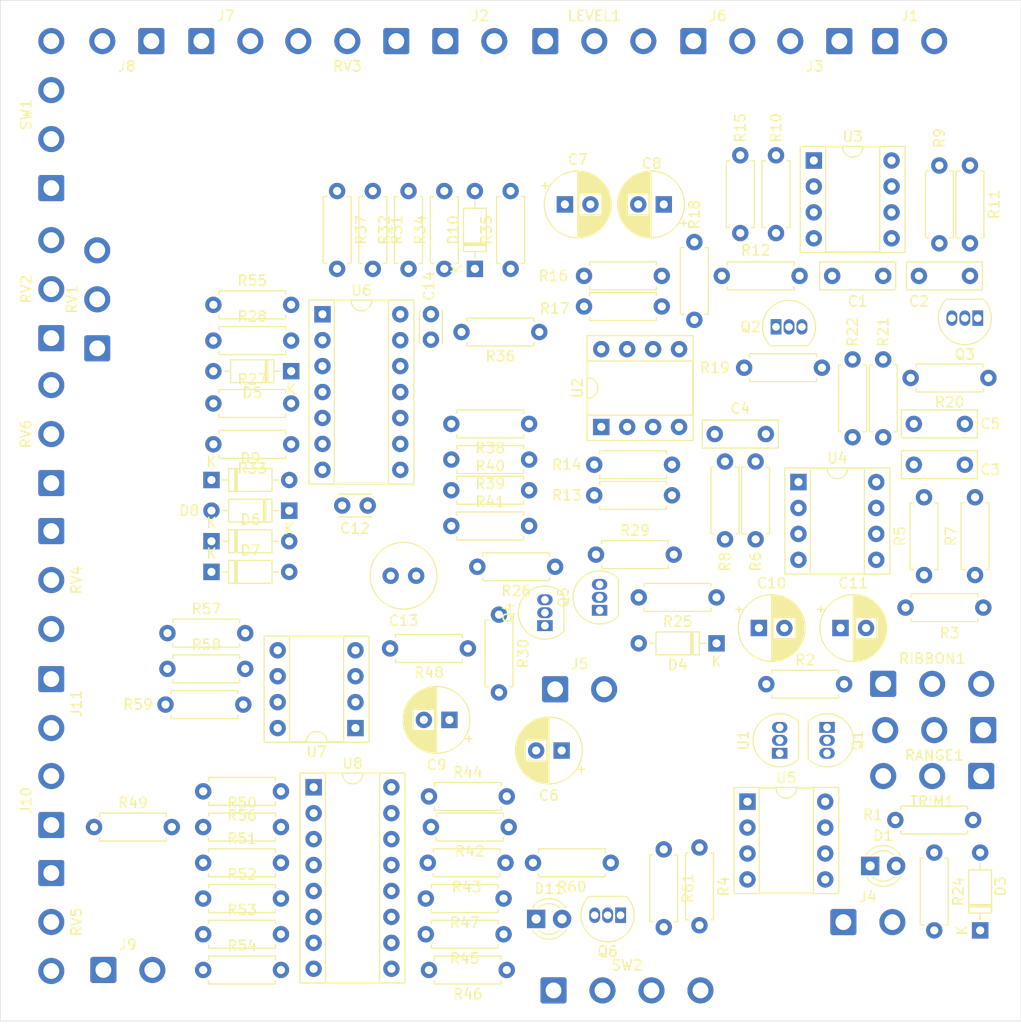
<source format=kicad_pcb>
(kicad_pcb (version 20240108) (generator "pcbnew") (generator_version "8.0")
  (layers (0 "F.Cu" signal) (31 "B.Cu" signal) (34 "B.Paste" user) (35 "F.Paste" user) (36 "B.SilkS" user "B.Silkscreen") (37 "F.SilkS" user "F.Silkscreen") (38 "B.Mask" user) (39 "F.Mask" user) (44 "Edge.Cuts" user))
  (net 0 "")
  (net 1 "Net-(Q2-S)")
  (net 2 "GND")
  (net 3 "Net-(Q3-S)")
  (net 4 "Net-(Q3-D)")
  (net 5 "Net-(Q2-D)")
  (net 6 "Net-(U4B--)")
  (net 7 "Net-(D2-K)")
  (net 8 "+12V")
  (net 9 "-12V")
  (net 10 "Net-(D1-A)")
  (net 11 "Net-(D3-K)")
  (net 12 "Net-(D5-K)")
  (net 13 "Net-(LEVEL1-Pad3)")
  (net 14 "Net-(Q1-B)")
  (net 15 "Net-(Q1-E)")
  (net 16 "Net-(Q1-C)")
  (net 17 "Net-(Q2-G)")
  (net 18 "Net-(Q3-G)")
  (net 19 "Net-(R1-Pad2)")
  (net 20 "Net-(R3-Pad2)")
  (net 21 "Net-(U3B--)")
  (net 22 "Net-(R13-Pad1)")
  (net 23 "Net-(U3A--)")
  (net 24 "Net-(RANGE1-Pad1)")
  (net 25 "Net-(U2B-+)")
  (net 26 "Net-(U2B--)")
  (net 27 "Net-(U4A--)")
  (net 28 "Net-(U2A--)")
  (net 29 "Net-(J1-Pin_2)")
  (net 30 "Net-(J2-Pin_2)")
  (net 31 "Net-(J3-Pin_2)")
  (net 32 "Net-(U5A-+)")
  (net 33 "Net-(Q4-S)")
  (net 34 "Net-(U6A-+)")
  (net 35 "Net-(J8-Pin_2)")
  (net 36 "Net-(U6D--)")
  (net 37 "GATE")
  (net 38 "Net-(D4-A)")
  (net 39 "Net-(D6-K)")
  (net 40 "Net-(D6-A)")
  (net 41 "Net-(D8-A)")
  (net 42 "Net-(D9-K)")
  (net 43 "Net-(D10-K)")
  (net 44 "Net-(D10-A)")
  (net 45 "Net-(D11-A)")
  (net 46 "Net-(J6-Pin_2)")
  (net 47 "Net-(J7-Pin_2)")
  (net 48 "Net-(J9-Pin_2)")
  (net 49 "Net-(J10-Pin_2)")
  (net 50 "Net-(J11-Pin_2)")
  (net 51 "Net-(Q4-G)")
  (net 52 "Net-(Q5-E)")
  (net 53 "Net-(Q6-C)")
  (net 54 "Net-(Q6-B)")
  (net 55 "Net-(R27-Pad2)")
  (net 56 "Net-(R29-Pad2)")
  (net 57 "Net-(U6B--)")
  (net 58 "Net-(R36-Pad1)")
  (net 59 "Net-(R37-Pad1)")
  (net 60 "Net-(U6C-+)")
  (net 61 "Net-(R39-Pad2)")
  (net 62 "Net-(U8A-+)")
  (net 63 "Net-(R44-Pad1)")
  (net 64 "Net-(R45-Pad2)")
  (net 65 "Net-(R47-Pad1)")
  (net 66 "Net-(U7A-+)")
  (net 67 "Net-(U7A--)")
  (net 68 "Net-(U8C-+)")
  (net 69 "Net-(R52-Pad1)")
  (net 70 "Net-(R52-Pad2)")
  (net 71 "Net-(R54-Pad2)")
  (net 72 "Net-(R55-Pad1)")
  (net 73 "Net-(R57-Pad1)")
  (net 74 "Net-(U7B-+)")
  (net 75 "Net-(U7B--)")
  (footprint "Capacitor_THT:CP_Radial_D6.3mm_P2.50mm" (layer "F.Cu") (at 256.317621 99.5)
    (property "Reference" "C11" (at 1.25 -4.4 360) (layer "F.SilkS"))
    (property "Value" "100u")
    (pad "1" thru_hole rect (at 0 0) (size 1.6 1.6) (drill 0.8) (layers "*.Cu" "*.Mask") (net 2 "GND"))
    (pad "2" thru_hole circle (at 2.5 0) (size 1.6 1.6) (drill 0.8) (layers "*.Cu" "*.Mask") (net 9 "-12V"))
  )
  (footprint "Connector_Wire:SolderWire-0.75sqmm_1x02_P4.8mm_D1.25mm_OD2.3mm" (layer "F.Cu") (at 193.7 42)
    (property "Reference" "J7" (at 2.4 -2.47 360) (layer "F.SilkS"))
    (property "Value" "SQUARE OUT")
    (pad "1" thru_hole roundrect (at 0 0) (size 2.55 2.55) (drill 1.55) (layers "*.Cu" "*.Mask") (roundrect_rratio 0.098039) (net 2 "GND"))
    (pad "2" thru_hole circle (at 4.8 0) (size 2.55 2.55) (drill 1.55) (layers "*.Cu" "*.Mask") (net 47 "Net-(J7-Pin_2)"))
  )
  (footprint "Resistor_THT:R_Axial_DIN0207_L6.3mm_D2.5mm_P7.62mm_Horizontal" (layer "F.Cu") (at 219.81 101.5 180)
    (property "Reference" "R48" (at 3.81 -2.37 180) (layer "F.SilkS"))
    (property "Value" "100k")
    (pad "1" thru_hole circle (at 0 0 180) (size 1.6 1.6) (drill 0.8) (layers "*.Cu" "*.Mask") (net 2 "GND"))
    (pad "2" thru_hole oval (at 7.62 0 180) (size 1.6 1.6) (drill 0.8) (layers "*.Cu" "*.Mask") (net 66 "Net-(U7A-+)"))
  )
  (footprint "Resistor_THT:R_Axial_DIN0207_L6.3mm_D2.5mm_P7.62mm_Horizontal" (layer "F.Cu") (at 223.31 126 180)
    (property "Reference" "R47" (at 3.81 -2.37 180) (layer "F.SilkS"))
    (property "Value" "15k")
    (pad "1" thru_hole circle (at 0 0 180) (size 1.6 1.6) (drill 0.8) (layers "*.Cu" "*.Mask") (net 65 "Net-(R47-Pad1)"))
    (pad "2" thru_hole oval (at 7.62 0 180) (size 1.6 1.6) (drill 0.8) (layers "*.Cu" "*.Mask") (net 64 "Net-(R45-Pad2)"))
  )
  (footprint "Package_DIP:DIP-8_W7.62mm_Socket" (layer "F.Cu") (at 253.7 53.7)
    (property "Reference" "U3" (at 3.81 -2.33 0) (layer "F.SilkS"))
    (property "Value" "OPA2134")
    (pad "1" thru_hole rect (at 0 0) (size 1.6 1.6) (drill 0.8) (layers "*.Cu" "*.Mask") (net 29 "Net-(J1-Pin_2)"))
    (pad "2" thru_hole oval (at 0 2.54) (size 1.6 1.6) (drill 0.8) (layers "*.Cu" "*.Mask") (net 23 "Net-(U3A--)"))
    (pad "3" thru_hole oval (at 0 5.08) (size 1.6 1.6) (drill 0.8) (layers "*.Cu" "*.Mask") (net 1 "Net-(Q2-S)"))
    (pad "4" thru_hole oval (at 0 7.62) (size 1.6 1.6) (drill 0.8) (layers "*.Cu" "*.Mask") (net 9 "-12V"))
    (pad "5" thru_hole oval (at 7.62 7.62) (size 1.6 1.6) (drill 0.8) (layers "*.Cu" "*.Mask") (net 3 "Net-(Q3-S)"))
    (pad "6" thru_hole oval (at 7.62 5.08) (size 1.6 1.6) (drill 0.8) (layers "*.Cu" "*.Mask") (net 21 "Net-(U3B--)"))
    (pad "7" thru_hole oval (at 7.62 2.54) (size 1.6 1.6) (drill 0.8) (layers "*.Cu" "*.Mask") (net 22 "Net-(R13-Pad1)"))
    (pad "8" thru_hole oval (at 7.62 0) (size 1.6 1.6) (drill 0.8) (layers "*.Cu" "*.Mask") (net 8 "+12V"))
  )
  (footprint "Package_DIP:DIP-8_W7.62mm_Socket" (layer "F.Cu") (at 247.2 116.51)
    (property "Reference" "U5" (at 3.81 -2.33 0) (layer "F.SilkS"))
    (property "Value" "TL072")
    (pad "1" thru_hole rect (at 0 0) (size 1.6 1.6) (drill 0.8) (layers "*.Cu" "*.Mask") (net 7 "Net-(D2-K)"))
    (pad "2" thru_hole oval (at 0 2.54) (size 1.6 1.6) (drill 0.8) (layers "*.Cu" "*.Mask") (net 2 "GND"))
    (pad "3" thru_hole oval (at 0 5.08) (size 1.6 1.6) (drill 0.8) (layers "*.Cu" "*.Mask") (net 32 "Net-(U5A-+)"))
    (pad "4" thru_hole oval (at 0 7.62) (size 1.6 1.6) (drill 0.8) (layers "*.Cu" "*.Mask") (net 9 "-12V"))
    (pad "5" thru_hole oval (at 7.62 7.62) (size 1.6 1.6) (drill 0.8) (layers "*.Cu" "*.Mask") (net 7 "Net-(D2-K)"))
    (pad "6" thru_hole oval (at 7.62 5.08) (size 1.6 1.6) (drill 0.8) (layers "*.Cu" "*.Mask") (net 2 "GND"))
    (pad "7" thru_hole oval (at 7.62 2.54) (size 1.6 1.6) (drill 0.8) (layers "*.Cu" "*.Mask") (net 37 "GATE"))
    (pad "8" thru_hole oval (at 7.62 0) (size 1.6 1.6) (drill 0.8) (layers "*.Cu" "*.Mask") (net 8 "+12V"))
  )
  (footprint "Resistor_THT:R_Axial_DIN0207_L6.3mm_D2.5mm_P7.62mm_Horizontal" (layer "F.Cu") (at 224 64.31 90)
    (property "Reference" "R35" (at 3.81 -2.37 270) (layer "F.SilkS"))
    (property "Value" "3k")
    (pad "1" thru_hole circle (at 0 0 90) (size 1.6 1.6) (drill 0.8) (layers "*.Cu" "*.Mask") (net 44 "Net-(D10-A)"))
    (pad "2" thru_hole oval (at 7.62 0 90) (size 1.6 1.6) (drill 0.8) (layers "*.Cu" "*.Mask") (net 46 "Net-(J6-Pin_2)"))
  )
  (footprint "Capacitor_THT:CP_Radial_D6.3mm_P2.50mm" (layer "F.Cu") (at 229 111.5 180)
    (property "Reference" "C6" (at 1.25 -4.4 180) (layer "F.SilkS"))
    (property "Value" "100u")
    (pad "1" thru_hole rect (at 0 0 180) (size 1.6 1.6) (drill 0.8) (layers "*.Cu" "*.Mask") (net 8 "+12V"))
    (pad "2" thru_hole circle (at 2.5 0 180) (size 1.6 1.6) (drill 0.8) (layers "*.Cu" "*.Mask") (net 2 "GND"))
  )
  (footprint "Connector_Wire:SolderWire-0.75sqmm_1x03_P4.8mm_D1.25mm_OD2.3mm" (layer "F.Cu") (at 183.5 72.1 90)
    (property "Reference" "RV1" (at 4.8 -2.47 270) (layer "F.SilkS"))
    (property "Value" "1M")
    (pad "1" thru_hole roundrect (at 0 0 90) (size 2.55 2.55) (drill 1.55) (layers "*.Cu" "*.Mask") (roundrect_rratio 0.098039) (net 42 "Net-(D9-K)"))
    (pad "2" thru_hole circle (at 4.8 0 90) (size 2.55 2.55) (drill 1.55) (layers "*.Cu" "*.Mask") (net 34 "Net-(U6A-+)"))
    (pad "3" thru_hole circle (at 9.6 0 90) (size 2.55 2.55) (drill 1.55) (layers "*.Cu" "*.Mask") (net 34 "Net-(U6A-+)"))
  )
  (footprint "Diode_THT:D_DO-35_SOD27_P7.62mm_Horizontal" (layer "F.Cu") (at 194.69 85)
    (property "Reference" "D9" (at 3.81 -2.12 360) (layer "F.SilkS"))
    (property "Value" "1N4148")
    (fp_text user "K" (at 0 -1.8 360) (layer "F.SilkS"))
    (pad "1" thru_hole rect (at 0 0) (size 1.6 1.6) (drill 0.8) (layers "*.Cu" "*.Mask") (net 42 "Net-(D9-K)"))
    (pad "2" thru_hole oval (at 7.62 0) (size 1.6 1.6) (drill 0.8) (layers "*.Cu" "*.Mask") (net 40 "Net-(D6-A)"))
  )
  (footprint "Resistor_THT:R_Axial_DIN0207_L6.3mm_D2.5mm_P7.62mm_Horizontal" (layer "F.Cu") (at 269 54.19 -90)
    (property "Reference" "R11" (at 3.81 -2.37 90) (layer "F.SilkS"))
    (property "Value" "100k")
    (pad "1" thru_hole circle (at 0 0 270) (size 1.6 1.6) (drill 0.8) (layers "*.Cu" "*.Mask") (net 21 "Net-(U3B--)"))
    (pad "2" thru_hole oval (at 7.62 0 270) (size 1.6 1.6) (drill 0.8) (layers "*.Cu" "*.Mask") (net 2 "GND"))
  )
  (footprint "Diode_THT:D_DO-35_SOD27_P7.62mm_Horizontal" (layer "F.Cu") (at 270 129.12 90)
    (property "Reference" "D3" (at 4.31 2 -90) (layer "F.SilkS"))
    (property "Value" "1N914")
    (fp_text user "K" (at 0 -1.8 -90) (layer "F.SilkS"))
    (pad "1" thru_hole rect (at 0 0 90) (size 1.6 1.6) (drill 0.8) (layers "*.Cu" "*.Mask") (net 11 "Net-(D3-K)"))
    (pad "2" thru_hole oval (at 7.62 0 90) (size 1.6 1.6) (drill 0.8) (layers "*.Cu" "*.Mask") (net 37 "GATE"))
  )
  (footprint "Resistor_THT:R_Axial_DIN0207_L6.3mm_D2.5mm_P7.62mm_Horizontal" (layer "F.Cu") (at 194.88 71.34)
    (property "Reference" "R28" (at 3.81 -2.37 0) (layer "F.SilkS"))
    (property "Value" "30k")
    (pad "1" thru_hole circle (at 0 0) (size 1.6 1.6) (drill 0.8) (layers "*.Cu" "*.Mask") (net 2 "GND"))
    (pad "2" thru_hole oval (at 7.62 0) (size 1.6 1.6) (drill 0.8) (layers "*.Cu" "*.Mask") (net 12 "Net-(D5-K)"))
  )
  (footprint "Resistor_THT:R_Axial_DIN0207_L6.3mm_D2.5mm_P7.62mm_Horizontal" (layer "F.Cu") (at 244.17 96.5 180)
    (property "Reference" "R25" (at 3.81 -2.37 180) (layer "F.SilkS"))
    (property "Value" "10k")
    (pad "1" thru_hole circle (at 0 0 180) (size 1.6 1.6) (drill 0.8) (layers "*.Cu" "*.Mask") (net 37 "GATE"))
    (pad "2" thru_hole oval (at 7.62 0 180) (size 1.6 1.6) (drill 0.8) (layers "*.Cu" "*.Mask") (net 51 "Net-(Q4-G)"))
  )
  (footprint "Diode_THT:D_DO-35_SOD27_P7.62mm_Horizontal" (layer "F.Cu") (at 244.17 101 180)
    (property "Reference" "D4" (at 3.81 -2.12 180) (layer "F.SilkS"))
    (property "Value" "1N4148")
    (fp_text user "K" (at 0 -1.8 180) (layer "F.SilkS"))
    (pad "1" thru_hole rect (at 0 0 180) (size 1.6 1.6) (drill 0.8) (layers "*.Cu" "*.Mask") (net 37 "GATE"))
    (pad "2" thru_hole oval (at 7.62 0 180) (size 1.6 1.6) (drill 0.8) (layers "*.Cu" "*.Mask") (net 38 "Net-(D4-A)"))
  )
  (footprint "Connector_Wire:SolderWire-0.75sqmm_1x02_P4.8mm_D1.25mm_OD2.3mm" (layer "F.Cu") (at 256.6 128.31)
    (property "Reference" "J4" (at 2.4 -2.47 0) (layer "F.SilkS"))
    (property "Value" "GATE OUT")
    (pad "1" thru_hole roundrect (at 0 0) (size 2.55 2.55) (drill 1.55) (layers "*.Cu" "*.Mask") (roundrect_rratio 0.098039) (net 2 "GND"))
    (pad "2" thru_hole circle (at 4.8 0) (size 2.55 2.55) (drill 1.55) (layers "*.Cu" "*.Mask") (net 11 "Net-(D3-K)"))
  )
  (footprint "Resistor_THT:R_Axial_DIN0207_L6.3mm_D2.5mm_P7.62mm_Horizontal" (layer "F.Cu") (at 249.05 105)
    (property "Reference" "R2" (at 3.81 -2.37 0) (layer "F.SilkS"))
    (property "Value" "120k")
    (pad "1" thru_hole circle (at 0 0) (size 1.6 1.6) (drill 0.8) (layers "*.Cu" "*.Mask") (net 14 "Net-(Q1-B)"))
    (pad "2" thru_hole oval (at 7.62 0) (size 1.6 1.6) (drill 0.8) (layers "*.Cu" "*.Mask") (net 2 "GND"))
  )
  (footprint "Resistor_THT:R_Axial_DIN0207_L6.3mm_D2.5mm_P7.62mm_Horizontal" (layer "F.Cu") (at 232.36 92.31)
    (property "Reference" "R29" (at 3.81 -2.37 0) (layer "F.SilkS"))
    (property "Value" "10k")
    (pad "1" thru_hole circle (at 0 0) (size 1.6 1.6) (drill 0.8) (layers "*.Cu" "*.Mask") (net 52 "Net-(Q5-E)"))
    (pad "2" thru_hole oval (at 7.62 0) (size 1.6 1.6) (drill 0.8) (layers "*.Cu" "*.Mask") (net 56 "Net-(R29-Pad2)"))
  )
  (footprint "Capacitor_THT:C_Disc_D3.0mm_W2.0mm_P2.50mm" (layer "F.Cu") (at 210 87.5 180)
    (property "Reference" "C12" (at 1.25 -2.25 180) (layer "F.SilkS"))
    (property "Value" "22n")
    (pad "1" thru_hole circle (at 0 0 180) (size 1.6 1.6) (drill 0.8) (layers "*.Cu" "*.Mask") (net 33 "Net-(Q4-S)"))
    (pad "2" thru_hole circle (at 2.5 0 180) (size 1.6 1.6) (drill 0.8) (layers "*.Cu" "*.Mask") (net 12 "Net-(D5-K)"))
  )
  (footprint "Connector_Wire:SolderWire-0.75sqmm_1x04_P4.8mm_D1.25mm_OD2.3mm" (layer "F.Cu") (at 179 56.4 90)
    (property "Reference" "SW1" (at 7.2 -2.47 270) (layer "F.SilkS"))
    (property "Value" "SW_SP3T")
    (pad "1" thru_hole roundrect (at 0 0 90) (size 2.55 2.55) (drill 1.55) (layers "*.Cu" "*.Mask") (roundrect_rratio 0.098039) (net 48 "Net-(J9-Pin_2)"))
    (pad "2" thru_hole circle (at 4.8 0 90) (size 2.55 2.55) (drill 1.55) (layers "*.Cu" "*.Mask") (net 35 "Net-(J8-Pin_2)"))
    (pad "3" thru_hole circle (at 9.6 0 90) (size 2.55 2.55) (drill 1.55) (layers "*.Cu" "*.Mask") (net 66 "Net-(U7A-+)"))
    (pad "4" thru_hole circle (at 14.4 0 90) (size 2.55 2.55) (drill 1.55) (layers "*.Cu" "*.Mask") (net 47 "Net-(J7-Pin_2)"))
  )
  (footprint "Resistor_THT:R_Axial_DIN0207_L6.3mm_D2.5mm_P7.62mm_Horizontal" (layer "F.Cu") (at 269.5 94.31 90)
    (property "Reference" "R7" (at 3.81 -2.37 -90) (layer "F.SilkS"))
    (property "Value" "200k")
    (pad "1" thru_hole circle (at 0 0 90) (size 1.6 1.6) (drill 0.8) (layers "*.Cu" "*.Mask") (net 20 "Net-(R3-Pad2)"))
    (pad "2" thru_hole oval (at 7.62 0 90) (size 1.6 1.6) (drill 0.8) (layers "*.Cu" "*.Mask") (net 6 "Net-(U4B--)"))
  )
  (footprint "Resistor_THT:R_Axial_DIN0207_L6.3mm_D2.5mm_P7.62mm_Horizontal" (layer "F.Cu") (at 225.81 79.5 180)
    (property "Reference" "R38" (at 3.81 -2.37 180) (layer "F.SilkS"))
    (property "Value" "47k")
    (pad "1" thru_hole circle (at 0 0 180) (size 1.6 1.6) (drill 0.8) (layers "*.Cu" "*.Mask") (net 35 "Net-(J8-Pin_2)"))
    (pad "2" thru_hole oval (at 7.62 0 180) (size 1.6 1.6) (drill 0.8) (layers "*.Cu" "*.Mask") (net 60 "Net-(U6C-+)"))
  )
  (footprint "Diode_THT:D_DO-35_SOD27_P7.62mm_Horizontal" (layer "F.Cu") (at 202.5 74.34 180)
    (property "Reference" "D5" (at 3.81 -2.12 180) (layer "F.SilkS"))
    (property "Value" "1N1418")
    (fp_text user "K" (at 0 -1.8 180) (layer "F.SilkS"))
    (pad "1" thru_hole rect (at 0 0 180) (size 1.6 1.6) (drill 0.8) (layers "*.Cu" "*.Mask") (net 12 "Net-(D5-K)"))
    (pad "2" thru_hole oval (at 7.62 0 180) (size 1.6 1.6) (drill 0.8) (layers "*.Cu" "*.Mask") (net 2 "GND"))
  )
  (footprint "Resistor_THT:R_Axial_DIN0207_L6.3mm_D2.5mm_P7.62mm_Horizontal" (layer "F.Cu") (at 216 116)
    (property "Reference" "R44" (at 3.81 -2.37 0) (layer "F.SilkS"))
    (property "Value" "56k")
    (pad "1" thru_hole circle (at 0 0) (size 1.6 1.6) (drill 0.8) (layers "*.Cu" "*.Mask") (net 63 "Net-(R44-Pad1)"))
    (pad "2" thru_hole oval (at 7.62 0) (size 1.6 1.6) (drill 0.8) (layers "*.Cu" "*.Mask") (net 8 "+12V"))
  )
  (footprint "Capacitor_THT:C_Radial_D6.3mm_H5.0mm_P2.50mm" (layer "F.Cu") (at 214.75 94.38 180)
    (property "Reference" "C13" (at 1.25 -4.4 180) (layer "F.SilkS"))
    (property "Value" "4.7u")
    (pad "1" thru_hole circle (at 0 0 180) (size 1.6 1.6) (drill 0.8) (layers "*.Cu" "*.Mask") (net 34 "Net-(U6A-+)"))
    (pad "2" thru_hole circle (at 2.5 0 180) (size 1.6 1.6) (drill 0.8) (layers "*.Cu" "*.Mask") (net 2 "GND"))
  )
  (footprint "Resistor_THT:R_Axial_DIN0207_L6.3mm_D2.5mm_P7.62mm_Horizontal" (layer "F.Cu") (at 232.19 86.5)
    (property "Reference" "R13" (at -2.69 0 0) (layer "F.SilkS"))
    (property "Value" "100k")
    (pad "1" thru_hole circle (at 0 0) (size 1.6 1.6) (drill 0.8) (layers "*.Cu" "*.Mask") (net 22 "Net-(R13-Pad1)"))
    (pad "2" thru_hole oval (at 7.62 0) (size 1.6 1.6) (drill 0.8) (layers "*.Cu" "*.Mask") (net 28 "Net-(U2A--)"))
  )
  (footprint "Connector_Wire:SolderWire-0.75sqmm_1x03_P4.8mm_D1.25mm_OD2.3mm" (layer "F.Cu") (at 227.4 42)
    (property "Reference" "LEVEL1" (at 4.8 -2.47 360) (layer "F.SilkS"))
    (property "Value" "100k")
    (pad "1" thru_hole roundrect (at 0 0) (size 2.55 2.55) (drill 1.55) (layers "*.Cu" "*.Mask") (roundrect_rratio 0.098039) (net 2 "GND"))
    (pad "2" thru_hole circle (at 4.8 0) (size 2.55 2.55) (drill 1.55) (layers "*.Cu" "*.Mask") (net 30 "Net-(J2-Pin_2)"))
    (pad "3" thru_hole circle (at 9.6 0) (size 2.55 2.55) (drill 1.55) (layers "*.Cu" "*.Mask") (net 13 "Net-(LEVEL1-Pad3)"))
  )
  (footprint "Package_TO_SOT_THT:TO-92_Inline" (layer "F.Cu") (at 234.77 127.64 180)
    (property "Reference" "Q6" (at 1.27 -3.56 180) (layer "F.SilkS"))
    (property "Value" "2N3904")
    (pad "1" thru_hole rect (at 0 0 180) (size 1.05 1.5) (drill 0.75) (layers "*.Cu" "*.Mask") (net 53 "Net-(Q6-C)"))
    (pad "2" thru_hole oval (at 1.27 0 180) (size 1.05 1.5) (drill 0.75) (layers "*.Cu" "*.Mask") (net 54 "Net-(Q6-B)"))
    (pad "3" thru_hole oval (at 2.54 0 180) (size 1.05 1.5) (drill 0.75) (layers "*.Cu" "*.Mask") (net 45 "Net-(D11-A)"))
  )
  (footprint "Resistor_THT:R_Axial_DIN0207_L6.3mm_D2.5mm_P7.62mm_Horizontal" (layer "F.Cu") (at 250 60.81 90)
    (property "Reference" "R10" (at 10.31 0 -90) (layer "F.SilkS"))
    (property "Value" "100k")
    (pad "1" thru_hole circle (at 0 0 90) (size 1.6 1.6) (drill 0.8) (layers "*.Cu" "*.Mask") (net 23 "Net-(U3A--)"))
    (pad "2" thru_hole oval (at 7.62 0 90) (size 1.6 1.6) (drill 0.8) (layers "*.Cu" "*.Mask") (net 29 "Net-(J1-Pin_2)"))
  )
  (footprint "Capacitor_THT:CP_Radial_D6.3mm_P2.50mm" (layer "F.Cu") (at 248.317621 99.5)
    (property "Reference" "C10" (at 1.25 -4.4 0) (layer "F.SilkS"))
    (property "Value" "100u")
    (pad "1" thru_hole rect (at 0 0) (size 1.6 1.6) (drill 0.8) (layers "*.Cu" "*.Mask") (net 8 "+12V"))
    (pad "2" thru_hole circle (at 2.5 0) (size 1.6 1.6) (drill 0.8) (layers "*.Cu" "*.Mask") (net 2 "GND"))
  )
  (footprint "Capacitor_THT:C_Rect_L7.2mm_W2.5mm_P5.00mm_FKS2_FKP2_MKS2_MKP2" (layer "F.Cu") (at 263.5 83.5)
    (property "Reference" "C3" (at 7.5 0.5 0) (layer "F.SilkS"))
    (property "Value" "470p")
    (pad "1" thru_hole circle (at 0 0) (size 1.6 1.6) (drill 0.8) (layers "*.Cu" "*.Mask") (net 4 "Net-(Q3-D)"))
    (pad "2" thru_hole circle (at 5 0) (size 1.6 1.6) (drill 0.8) (layers "*.Cu" "*.Mask") (net 6 "Net-(U4B--)"))
  )
  (footprint "Capacitor_THT:C_Rect_L7.2mm_W2.5mm_P5.00mm_FKS2_FKP2_MKS2_MKP2" (layer "F.Cu") (at 255.5 65)
    (property "Reference" "C1" (at 2.5 2.5 360) (layer "F.SilkS"))
    (property "Value" ".01u")
    (pad "1" thru_hole circle (at 0 0) (size 1.6 1.6) (drill 0.8) (layers "*.Cu" "*.Mask") (net 1 "Net-(Q2-S)"))
    (pad "2" thru_hole circle (at 5 0) (size 1.6 1.6) (drill 0.8) (layers "*.Cu" "*.Mask") (net 2 "GND"))
  )
  (footprint "Connector_Wire:SolderWire-0.75sqmm_1x02_P4.8mm_D1.25mm_OD2.3mm" (layer "F.Cu") (at 179 104.5 -90)
    (property "Reference" "J11" (at 2.4 -2.47 90) (layer "F.SilkS"))
    (property "Value" "OUT")
    (pad "1" thru_hole roundrect (at 0 0 270) (size 2.55 2.55) (drill 1.55) (layers "*.Cu" "*.Mask") (roundrect_rratio 0.098039) (net 2 "GND"))
    (pad "2" thru_hole circle (at 4.8 0 270) (size 2.55 2.55) (drill 1.55) (layers "*.Cu" "*.Mask") (net 50 "Net-(J11-Pin_2)"))
  )
  (footprint "Connector_Wire:SolderWire-0.75sqmm_1x03_P4.8mm_D1.25mm_OD2.3mm" (layer "F.Cu") (at 179 90 -90)
    (property "Reference" "RV4" (at 4.8 -2.47 90) (layer "F.SilkS"))
    (property "Value" "100k")
    (pad "1" thru_hole roundrect (at 0 0 270) (size 2.55 2.55) (drill 1.55) (layers "*.Cu" "*.Mask") (roundrect_rratio 0.098039) (net 8 "+12V"))
    (pad "2" thru_hole circle (at 4.8 0 270) (size 2.55 2.55) (drill 1.55) (layers "*.Cu" "*.Mask") (net 65 "Net-(R47-Pad1)"))
    (pad "3" thru_hole circle (at 9.6 0 270) (size 2.55 2.55) (drill 1.55) (layers "*.Cu" "*.Mask") (net 2 "GND"))
  )
  (footprint "Resistor_THT:R_Axial_DIN0207_L6.3mm_D2.5mm_P7.62mm_Horizontal" (layer "F.Cu") (at 190.38 103.5)
    (property "Reference" "R58" (at 3.81 -2.37 360) (layer "F.SilkS"))
    (property "Value" "10k")
    (pad "1" thru_hole circle (at 0 0) (size 1.6 1.6) (drill 0.8) (layers "*.Cu" "*.Mask") (net 2 "GND"))
    (pad "2" thru_hole oval (at 7.62 0) (size 1.6 1.6) (drill 0.8) (layers "*.Cu" "*.Mask") (net 74 "Net-(U7B-+)"))
  )
  (footprint "Resistor_THT:R_Axial_DIN0207_L6.3mm_D2.5mm_P7.62mm_Horizontal" (layer "F.Cu") (at 223.5 122.5 180)
    (property "Reference" "R43" (at 3.81 -2.37 180) (layer "F.SilkS"))
    (property "Value" "100k")
    (pad "1" thru_hole circle (at 0 0 180) (size 1.6 1.6) (drill 0.8) (layers "*.Cu" "*.Mask") (net 35 "Net-(J8-Pin_2)"))
    (pad "2" thru_hole oval (at 7.62 0 180) (size 1.6 1.6) (drill 0.8) (layers "*.Cu" "*.Mask") (net 62 "Net-(U8A-+)"))
  )
  (footprint "Capacitor_THT:C_Rect_L7.2mm_W2.5mm_P5.00mm_FKS2_FKP2_MKS2_MKP2" (layer "F.Cu") (at 244 80.5)
    (property "Reference" "C4" (at 2.5 -2.5 0) (layer "F.SilkS"))
    (property "Value" "470p")
    (pad "1" thru_hole circle (at 0 0) (size 1.6 1.6) (drill 0.8) (layers "*.Cu" "*.Mask") (net 27 "Net-(U4A--)"))
    (pad "2" thru_hole circle (at 5 0) (size 1.6 1.6) (drill 0.8) (layers "*.Cu" "*.Mask") (net 5 "Net-(Q2-D)"))
  )
  (footprint "Capacitor_THT:CP_Radial_D6.3mm_P2.50mm" (layer "F.Cu") (at 229.317621 58)
    (property "Reference" "C7" (at 1.25 -4.4 360) (layer "F.SilkS"))
    (property "Value" "100u")
    (pad "1" thru_hole rect (at 0 0) (size 1.6 1.6) (drill 0.8) (layers "*.Cu" "*.Mask") (net 2 "GND"))
    (pad "2" thru_hole circle (at 2.5 0) (size 1.6 1.6) (drill 0.8) (layers "*.Cu" "*.Mask") (net 9 "-12V"))
  )
  (footprint "Resistor_THT:R_Axial_DIN0207_L6.3mm_D2.5mm_P7.62mm_Horizontal" (layer "F.Cu") (at 266 61.81 90)
    (property "Reference" "R9" (at 10.31 0 -90) (layer "F.SilkS"))
    (property "Value" "100k")
    (pad "1" thru_hole circle (at 0 0 90) (size 1.6 1.6) (drill 0.8) (layers "*.Cu" "*.Mask") (net 21 "Net-(U3B--)"))
    (pad "2" thru_hole oval (at 7.62 0 90) (size 1.6 1.6) (drill 0.8) (layers "*.Cu" "*.Mask") (net 22 "Net-(R13-Pad1)"))
  )
  (footprint "Package_DIP:DIP-8_W7.62mm_Socket" (layer "F.Cu") (at 208.8 109.3 180)
    (property "Reference" "U7" (at 3.81 -2.33 180) (layer "F.SilkS"))
    (property "Value" "TL072")
    (pad "1" thru_hole rect (at 0 0 180) (size 1.6 1.6) (drill 0.8) (layers "*.Cu" "*.Mask") (net 67 "Net-(U7A--)"))
    (pad "2" thru_hole oval (at 0 2.54 180) (size 1.6 1.6) (drill 0.8) (layers "*.Cu" "*.Mask") (net 67 "Net-(U7A--)"))
    (pad "3" thru_hole oval (at 0 5.08 180) (size 1.6 1.6) (drill 0.8) (layers "*.Cu" "*.Mask") (net 66 "Net-(U7A-+)"))
    (pad "4" thru_hole oval (at 0 7.62 180) (size 1.6 1.6) (drill 0.8) (layers "*.Cu" "*.Mask") (net 9 "-12V"))
    (pad "5" thru_hole oval (at 7.62 7.62 180) (size 1.6 1.6) (drill 0.8) (layers "*.Cu" "*.Mask") (net 74 "Net-(U7B-+)"))
    (pad "6" thru_hole oval (at 7.62 5.08 180) (size 1.6 1.6) (drill 0.8) (layers "*.Cu" "*.Mask") (net 75 "Net-(U7B--)"))
    (pad "7" thru_hole oval (at 7.62 2.54 180) (size 1.6 1.6) (drill 0.8) (layers "*.Cu" "*.Mask") (net 75 "Net-(U7B--)"))
    (pad "8" thru_hole oval (at 7.62 0 180) (size 1.6 1.6) (drill 0.8) (layers "*.Cu" "*.Mask") (net 8 "+12V"))
  )
  (footprint "Resistor_THT:R_Axial_DIN0207_L6.3mm_D2.5mm_P7.62mm_Horizontal" (layer "F.Cu") (at 248 90.81 90)
    (property "Reference" "R6" (at -2.19 0 -90) (layer "F.SilkS"))
    (property "Value" "100k")
    (pad "1" thru_hole circle (at 0 0 90) (size 1.6 1.6) (drill 0.8) (layers "*.Cu" "*.Mask") (net 27 "Net-(U4A--)"))
    (pad "2" thru_hole oval (at 7.62 0 90) (size 1.6 1.6) (drill 0.8) (layers "*.Cu" "*.Mask") (net 5 "Net-(Q2-D)"))
  )
  (footprint "Resistor_THT:R_Axial_DIN0207_L6.3mm_D2.5mm_P7.62mm_Horizontal" (layer "F.Cu") (at 183.19 119)
    (property "Reference" "R49" (at 3.81 -2.37 0) (layer "F.SilkS"))
    (property "Value" "3k")
    (pad "1" thru_hole circle (at 0 0) (size 1.6 1.6) (drill 0.8) (layers "*.Cu" "*.Mask") (net 49 "Net-(J10-Pin_2)"))
    (pad "2" thru_hole oval (at 7.62 0) (size 1.6 1.6) (drill 0.8) (layers "*.Cu" "*.Mask") (net 67 "Net-(U7A--)"))
  )
  (footprint "Resistor_THT:R_Axial_DIN0207_L6.3mm_D2.5mm_P7.62mm_Horizontal" (layer "F.Cu") (at 190.38 100)
    (property "Reference" "R57" (at 3.81 -2.37 360) (layer "F.SilkS"))
    (property "Value" "100k")
    (pad "1" thru_hole circle (at 0 0) (size 1.6 1.6) (drill 0.8) (layers "*.Cu" "*.Mask") (net 73 "Net-(R57-Pad1)"))
    (pad "2" thru_hole oval (at 7.62 0) (size 1.6 1.6) (drill 0.8) (layers "*.Cu" "*.Mask") (net 74 "Net-(U7B-+)"))
  )
  (footprint "Resistor_THT:R_Axial_DIN0207_L6.3mm_D2.5mm_P7.62mm_Horizontal" (layer "F.Cu") (at 201.5 115.5 180)
    (property "Reference" "R56" (at 3.81 -2.37 180) (layer "F.SilkS"))
    (property "Value" "7.5k")
    (pad "1" thru_hole circle (at 0 0 180) (size 1.6 1.6) (drill 0.8) (layers "*.Cu" "*.Mask") (net 72 "Net-(R55-Pad1)"))
    (pad "2" thru_hole oval (at 7.62 0 180) (size 1.6 1.6) (drill 0.8) (layers "*.Cu" "*.Mask") (net 9 "-12V"))
  )
  (footprint "Connector_Wire:SolderWire-0.75sqmm_1x02_P4.8mm_D1.25mm_OD2.3mm" (layer "F.Cu") (at 179 118.8 90)
    (property "Reference" "J10" (at 2.4 -2.47 270) (layer "F.SilkS"))
    (property "Value" "LFO OUT")
    (pad "1" thru_hole roundrect (at 0 0 90) (size 2.55 2.55) (drill 1.55) (layers "*.Cu" "*.Mask") (roundrect_rratio 0.098039) (net 2 "GND"))
    (pad "2" thru_hole circle (at 4.8 0 90) (size 2.55 2.55) (drill 1.55) (layers "*.Cu" "*.Mask") (net 49 "Net-(J10-Pin_2)"))
  )
  (footprint "Resistor_THT:R_Axial_DIN0207_L6.3mm_D2.5mm_P7.62mm_Horizontal" (layer "F.Cu") (at 261.69 118.31)
    (property "Reference" "R1" (at -2.19 -0.5 0) (layer "F.SilkS"))
    (property "Value" "500")
    (pad "1" thru_hole circle (at 0 0) (size 1.6 1.6) (drill 0.8) (layers "*.Cu" "*.Mask") (net 8 "+12V"))
    (pad "2" thru_hole oval (at 7.62 0) (size 1.6 1.6) (drill 0.8) (layers "*.Cu" "*.Mask") (net 19 "Net-(R1-Pad2)"))
  )
  (footprint "Resistor_THT:R_Axial_DIN0207_L6.3mm_D2.5mm_P7.62mm_Horizontal" (layer "F.Cu") (at 231.19 65)
    (property "Reference" "R16" (at -3 0 0) (layer "F.SilkS"))
    (property "Value" "100k")
    (pad "1" thru_hole circle (at 0 0) (size 1.6 1.6) (drill 0.8) (layers "*.Cu" "*.Mask") (net 31 "Net-(J3-Pin_2)"))
    (pad "2" thru_hole oval (at 7.62 0) (size 1.6 1.6) (drill 0.8) (layers "*.Cu" "*.Mask") (net 26 "Net-(U2B--)"))
  )
  (footprint "Capacitor_THT:C_Rect_L7.2mm_W2.5mm_P5.00mm_FKS2_FKP2_MKS2_MKP2" (layer "F.Cu") (at 263.5 79.5)
    (property "Reference" "C5" (at 7.5 0 360) (layer "F.SilkS"))
    (property "Value" ".01u")
    (pad "1" thru_hole circle (at 0 0) (size 1.6 1.6) (drill 0.8) (layers "*.Cu" "*.Mask") (net 7 "Net-(D2-K)"))
    (pad "2" thru_hole circle (at 5 0) (size 1.6 1.6) (drill 0.8) (layers "*.Cu" "*.Mask") (net 2 "GND"))
  )
  (footprint "Resistor_THT:R_Axial_DIN0207_L6.3mm_D2.5mm_P7.62mm_Horizontal" (layer "F.Cu") (at 218.19 89.5)
    (property "Reference" "R41" (at 3.81 -2.37 0) (layer "F.SilkS"))
    (property "Value" "4.7k")
    (pad "1" thru_hole circle (at 0 0) (size 1.6 1.6) (drill 0.8) (layers "*.Cu" "*.Mask") (net 2 "GND"))
    (pad "2" thru_hole oval (at 7.62 0) (size 1.6 1.6) (drill 0.8) (layers "*.Cu" "*.Mask") (net 47 "Net-(J7-Pin_2)"))
  )
  (footprint "Connector_Wire:SolderWire-0.75sqmm_1x02_P4.8mm_D1.25mm_OD2.3mm" (layer "F.Cu") (at 188.8 42 180)
    (property "Reference" "J8" (at 2.4 -2.47 180) (layer "F.SilkS"))
    (property "Value" "TRI OUT")
    (pad "1" thru_hole roundrect (at 0 0 180) (size 2.55 2.55) (drill 1.55) (layers "*.Cu" "*.Mask") (roundrect_rratio 0.098039) (net 2 "GND"))
    (pad "2" thru_hole circle (at 4.8 0 180) (size 2.55 2.55) (drill 1.55) (layers "*.Cu" "*.Mask") (net 35 "Net-(J8-Pin_2)"))
  )
  (footprint "LED_THT:LED_D3.0mm" (layer "F.Cu") (at 259.225 122.81)
    (property "Reference" "D1" (at 1.27 -2.96 0) (layer "F.SilkS"))
    (property "Value" "LED")
    (pad "1" thru_hole rect (at 0 0) (size 1.8 1.8) (drill 0.9) (layers "*.Cu" "*.Mask") (net 2 "GND"))
    (pad "2" thru_hole circle (at 2.54 0) (size 1.8 1.8) (drill 0.9) (layers "*.Cu" "*.Mask") (net 10 "Net-(D1-A)"))
  )
  (footprint "Connector_Wire:SolderWire-0.75sqmm_1x03_P4.8mm_D1.25mm_OD2.3mm" (layer "F.Cu") (at 212.8 42 180)
    (property "Reference" "RV3" (at 4.8 -2.47 180) (layer "F.SilkS"))
    (property "Value" "100k")
    (pad "1" thru_hole roundrect (at 0 0 180) (size 2.55 2.55) (drill 1.55) (layers "*.Cu" "*.Mask") (roundrect_rratio 0.098039) (net 59 "Net-(R37-Pad1)"))
    (pad "2" thru_hole circle (at 4.8 0 180) (size 2.55 2.55) (drill 1.55) (layers "*.Cu" "*.Mask") (net 58 "Net-(R36-Pad1)"))
    (pad "3" thru_hole circle (at 9.6 0 180) (size 2.55 2.55) (drill 1.55) (layers "*.Cu" "*.Mask") (net 61 "Net-(R39-Pad2)"))
  )
  (footprint "Resistor_THT:R_Axial_DIN0207_L6.3mm_D2.5mm_P7.62mm_Horizontal" (layer "F.Cu") (at 257.5 80.81 90)
    (property "Reference" "R22" (at 10.31 0 -90) (layer "F.SilkS"))
    (property "Value" "100k")
    (pad "1" thru_hole circle (at 0 0 90) (size 1.6 1.6) (drill 0.8) (layers "*.Cu" "*.Mask") (net 7 "Net-(D2-K)"))
    (pad "2" thru_hole oval (at 7.62 0 90) (size 1.6 1.6) (drill 0.8) (layers "*.Cu" "*.Mask") (net 17 "Net-(Q2-G)"))
  )
  (footprint "Package_TO_SOT_THT:TO-92_Inline" (layer "F.Cu") (at 255 109.23 -90)
    (property "Reference" "Q1" (at 1.27 -3 90) (layer "F.SilkS"))
    (property "Value" "PNP")
    (pad "1" thru_hole rect (at 0 0 270) (size 1.05 1.5) (drill 0.75) (layers "*.Cu" "*.Mask") (net 16 "Net-(Q1-C)"))
    (pad "2" thru_hole oval (at 1.27 0 270) (size 1.05 1.5) (drill 0.75) (layers "*.Cu" "*.Mask") (net 14 "Net-(Q1-B)"))
    (pad "3" thru_hole oval (at 2.54 0 270) (size 1.05 1.5) (drill 0.75) (layers "*.Cu" "*.Mask") (net 15 "Net-(Q1-E)"))
  )
  (footprint "Resistor_THT:R_Axial_DIN0207_L6.3mm_D2.5mm_P7.62mm_Horizontal" (layer "F.Cu") (at 226.81 70.5 180)
    (property "Reference" "R36" (at 3.81 -2.37 180) (layer "F.SilkS"))
    (property "Value" "47k")
    (pad "1" thru_hole circle (at 0 0 180) (size 1.6 1.6) (drill 0.8) (layers "*.Cu" "*.Mask") (net 58 "Net-(R36-Pad1)"))
    (pad "2" thru_hole oval (at 7.62 0 180) (size 1.6 1.6) (drill 0.8) (layers "*.Cu" "*.Mask") (net 36 "Net-(U6D--)"))
  )
  (footprint "Connector_Wire:SolderWire-0.75sqmm_1x03_P4.8mm_D1.25mm_OD2.3mm" (layer "F.Cu") (at 270.3 109.5 180)
    (property "Reference" "RANGE1" (at 4.8 -2.47 180) (layer "F.SilkS"))
    (property "Value" "10k")
    (pad "1" thru_hole roundrect (at 0 0 180) (size 2.55 2.55) (drill 1.55) (layers "*.Cu" "*.Mask") (roundrect_rratio 0.098039) (net 24 "Net-(RANGE1-Pad1)"))
    (pad "2" thru_hole circle (at 4.8 0 180) (size 2.55 2.55) (drill 1.55) (layers "*.Cu" "*.Mask") (net 15 "Net-(Q1-E)"))
    (pad "3" thru_hole circle (at 9.6 0 180) (size 2.55 2.55) (drill 1.55) (layers "*.Cu" "*.Mask") (net 15 "Net-(Q1-E)"))
  )
  (footprint "Resistor_THT:R_Axial_DIN0207_L6.3mm_D2.5mm_P7.62mm_Horizontal" (layer "F.Cu") (at 193.88 122.5)
    (property "Reference" "R51" (at 3.81 -2.37 0) (layer "F.SilkS"))
    (property "Value" "1k")
    (pad "1" thru_hole circle (at 0 0) (size 1.6 1.6) (drill 0.8) (layers "*.Cu" "*.Mask") (net 2 "GND"))
    (pad "2" thru_hole oval (at 7.62 0) (size 1.6 1.6) (drill 0.8) (layers "*.Cu" "*.Mask") (net 68 "Net-(U8C-+)"))
  )
  (footprint "Capacitor_THT:C_Disc_D3.0mm_W2.0mm_P2.50mm" (layer "F.Cu") (at 216.19 71.25 90)
    (property "Reference" "C14" (at 5.25 -0.19 -90) (layer "F.SilkS"))
    (property "Value" "22n")
    (pad "1" thru_hole circle (at 0 0 90) (size 1.6 1.6) (drill 0.8) (layers "*.Cu" "*.Mask") (net 36 "Net-(U6D--)"))
    (pad "2" thru_hole circle (at 2.5 0 90) (size 1.6 1.6) (drill 0.8) (layers "*.Cu" "*.Mask") (net 35 "Net-(J8-Pin_2)"))
  )
  (footprint "Resistor_THT:R_Axial_DIN0207_L6.3mm_D2.5mm_P7.62mm_Horizontal" (layer "F.Cu") (at 210.5 56.69 -90)
    (property "Reference" "R31" (at 3.81 -2.37 90) (layer "F.SilkS"))
    (property "Value" "47k")
    (pad "1" thru_hole circle (at 0 0 270) (size 1.6 1.6) (drill 0.8) (layers "*.Cu" "*.Mask") (net 2 "GND"))
    (pad "2" thru_hole oval (at 7.62 0 270) (size 1.6 1.6) (drill 0.8) (layers "*.Cu" "*.Mask") (net 57 "Net-(U6B--)"))
  )
  (footprint "Resistor_THT:R_Axial_DIN0207_L6.3mm_D2.5mm_P7.62mm_Horizontal" (layer "F.Cu") (at 217.5 64.31 90)
    (property "Reference" "R34" (at 3.81 -2.37 270) (layer "F.SilkS"))
    (property "Value" "39k")
    (pad "1" thru_hole circle (at 0 0 90) (size 1.6 1.6) (drill 0.8) (layers "*.Cu" "*.Mask") (net 57 "Net-(U6B--)"))
    (pad "2" thru_hole oval (at 7.62 0 90) (size 1.6 1.6) (drill 0.8) (layers "*.Cu" "*.Mask") (net 43 "Net-(D10-K)"))
  )
  (footprint "Connector_Wire:SolderWire-0.75sqmm_1x03_P4.8mm_D1.25mm_OD2.3mm" (layer "F.Cu") (at 179 71.1 90)
    (property "Reference" "RV2" (at 4.8 -2.47 270) (layer "F.SilkS"))
    (property "Value" "1M")
    (pad "1" thru_hole roundrect (at 0 0 90) (size 2.55 2.55) (drill 1.55) (layers "*.Cu" "*.Mask") (roundrect_rratio 0.098039) (net 41 "Net-(D8-A)"))
    (pad "2" thru_hole circle (at 4.8 0 90) (size 2.55 2.55) (drill 1.55) (layers "*.Cu" "*.Mask") (net 34 "Net-(U6A-+)"))
    (pad "3" thru_hole circle (at 9.6 0 90) (size 2.55 2.55) (drill 1.55) (layers "*.Cu" "*.Mask") (net 34 "Net-(U6A-+)"))
  )
  (footprint "Connector_Wire:SolderWire-0.75sqmm_1x02_P4.8mm_D1.25mm_OD2.3mm" (layer "F.Cu") (at 256.2 42 180)
    (property "Reference" "J3" (at 2.4 -2.47 180) (layer "F.SilkS"))
    (property "Value" "LOW OUT")
    (pad "1" thru_hole roundrect (at 0 0 180) (size 2.55 2.55) (drill 1.55) (layers "*.Cu" "*.Mask") (roundrect_rratio 0.098039) (net 2 "GND"))
    (pad "2" thru_hole circle (at 4.8 0 180) (size 2.55 2.55) (drill 1.55) (layers "*.Cu" "*.Mask") (net 31 "Net-(J3-Pin_2)"))
  )
  (footprint "Resistor_THT:R_Axial_DIN0207_L6.3mm_D2.5mm_P7.62mm_Horizontal" (layer "F.Cu") (at 202.5 81.5 180)
    (property "Reference" "R33" (at 3.81 -2.37 180) (layer "F.SilkS"))
    (property "Value" "1k")
    (pad "1" thru_hole circle (at 0 0 180) (size 1.6 1.6) (drill 0.8) (layers "*.Cu" "*.Mask") (net 55 "Net-(R27-Pad2)"))
    (pad "2" thru_hole oval (at 7.62 0 180) (size 1.6 1.6) (drill 0.8) (layers "*.Cu" "*.Mask") (net 40 "Net-(D6-A)"))
  )
  (footprint "Capacitor_THT:CP_Radial_D6.3mm_P2.50mm" (layer "F.Cu") (at 239 58 180)
    (property "Reference" "C8" (at 1.18238 4 180) (layer "F.SilkS"))
    (property "Value" "100u")
    (pad "1" thru_hole rect (at 0 0 180) (size 1.6 1.6) (drill 0.8) (layers "*.Cu" "*.Mask") (net 8 "+12V"))
    (pad "2" thru_hole circle (at 2.5 0 180) (size 1.6 1.6) (drill 0.8) (layers "*.Cu" "*.Mask") (net 2 "GND"))
  )
  (footprint "Connector_Wire:SolderWire-0.75sqmm_1x02_P4.8mm_D1.25mm_OD2.3mm" (layer "F.Cu") (at 184.1 133)
    (property "Reference" "J9" (at 2.4 -2.47 0) (layer "F.SilkS"))
    (property "Value" "SINE OUT")
    (pad "1" thru_hole roundrect (at 0 0) (size 2.55 2.55) (drill 1.55) (layers "*.Cu" "*.Mask") (roundrect_rratio 0.098039) (net 2 "GND"))
    (pad "2" thru_hole circle (at 4.8 0) (size 2.55 2.55) (drill 1.55) (layers "*.Cu" "*.Mask") (net 48 "Net-(J9-Pin_2)"))
  )
  (footprint "Capacitor_THT:C_Rect_L7.2mm_W2.5mm_P5.00mm_FKS2_FKP2_MKS2_MKP2" (layer "F.Cu") (at 264 65)
    (property "Reference" "C2" (at 0 2.5 0) (layer "F.SilkS"))
    (property "Value" ".01u")
    (pad "1" thru_hole circle (at 0 0) (size 1.6 1.6) (drill 0.8) (layers "*.Cu" "*.Mask") (net 3 "Net-(Q3-S)"))
    (pad "2" thru_hole circle (at 5 0) (size 1.6 1.6) (drill 0.8) (layers "*.Cu" "*.Mask") (net 2 "GND"))
  )
  (footprint "Resistor_THT:R_Axial_DIN0207_L6.3mm_D2.5mm_P7.62mm_Horizontal" (layer "F.Cu") (at 239.81 83.5 180)
    (property "Reference" "R14" (at 10.31 0 180) (layer "F.SilkS"))
    (property "Value" "100k")
    (pad "1" thru_hole circle (at 0 0 180) (size 1.6 1.6) (drill 0.8) (layers "*.Cu" "*.Mask") (net 28 "Net-(U2A--)"))
    (pad "2" thru_hole oval (at 7.62 0 180) (size 1.6 1.6) (drill 0.8) (layers "*.Cu" "*.Mask") (net 31 "Net-(J3-Pin_2)"))
  )
  (footprint "Connector_Wire:SolderWire-0.75sqmm_1x03_P4.8mm_D1.25mm_OD2.3mm" (layer "F.Cu") (at 179 85.3 90)
    (property "Reference" "RV6" (at 4.8 -2.47 270) (layer "F.SilkS"))
    (property "Value" "100k")
    (pad "1" thru_hole roundrect (at 0 0 90) (size 2.55 2.55) (drill 1.55) (layers "*.Cu" "*.Mask") (roundrect_rratio 0.098039) (net 71 "Net-(R54-Pad2)"))
    (pad "2" thru_hole circle (at 4.8 0 90) (size 2.55 2.55) (drill 1.55) (layers "*.Cu" "*.Mask") (net 73 "Net-(R57-Pad1)"))
    (pad "3" thru_hole circle (at 9.6 0 90) (size 2.55 2.55) (drill 1.55) (layers "*.Cu" "*.Mask") (net 2 "GND"))
  )
  (footprint "Connector_Wire:SolderWire-0.75sqmm_1x04_P4.8mm_D1.25mm_OD2.3mm" (layer "F.Cu") (at 228.2 135)
    (property "Reference" "SW2" (at 7.2 -2.47 0) (layer "F.SilkS"))
    (property "Value" "GATE/TRIG")
    (pad "1" thru_hole roundrect (at 0 0) (size 2.55 2.55) (drill 1.55) (layers "*.Cu" "*.Mask") (roundrect_rratio 0.098039) (net 33 "Net-(Q4-S)"))
    (pad "2" thru_hole circle (at 4.8 0) (size 2.55 2.55) (drill 1.55) (layers "*.Cu" "*.Mask") (net 12 "Net-(D5-K)"))
    (pad "3" thru_hole circle (at 9.6 0) (size 2.55 2.55) (drill 1.55) (layers "*.Cu" "*.Mask") (net 56 "Net-(R29-Pad2)"))
    (pad "4" thru_hole circle (at 14.4 0) (size 2.55 2.55) (drill 1.55) (layers "*.Cu" "*.Mask") (net 12 "Net-(D5-K)"))
  )
  (footprint "Resistor_THT:R_Axial_DIN0207_L6.3mm_D2.5mm_P7.62mm_Horizontal" (layer "F.Cu") (at 242 61.69 -90)
    (property "Reference" "R18" (at -2.69 0 90) (layer "F.SilkS"))
    (property "Value" "390k")
    (pad "1" thru_hole circle (at 0 0 270) (size 1.6 1.6) (drill 0.8) (layers "*.Cu" "*.Mask") (net 25 "Net-(U2B-+)"))
    (pad "2" thru_hole oval (at 7.62 0 270) (size 1.6 1.6) (drill 0.8) (layers "*.Cu" "*.Mask") (net 2 "GND"))
  )
  (footprint "Capacitor_THT:CP_Radial_D6.3mm_P2.50mm" (layer "F.Cu") (at 218 108.5 180)
    (property "Reference" "C9" (at 1.25 -4.4 180) (layer "F.SilkS"))
    (property "Value" "100u")
    (pad "1" thru_hole rect (at 0 0 180) (size 1.6 1.6) (drill 0.8) (layers "*.Cu" "*.Mask") (net 2 "GND"))
    (pad "2" thru_hole circle (at 2.5 0 180) (size 1.6 1.6) (drill 0.8) (layers "*.Cu" "*.Mask") (net 9 "-12V"))
  )
  (footprint "Resistor_THT:R_Axial_DIN0207_L6.3mm_D2.5mm_P7.62mm_Horizontal" (layer "F.Cu") (at 223.81 119 180)
    (property "Reference" "R42" (at 3.81 -2.37 180) (layer "F.SilkS"))
    (property "Value" "1.8k")
    (pad "1" thru_hole circle (at 0 0 180) (size 1.6 1.6) (drill 0.8) (layers "*.Cu" "*.Mask") (net 2 "GND"))
    (pad "2" thru_hole oval (at 7.62 0 180) (size 1.6 1.6) (drill 0.8) (layers "*.Cu" "*.Mask") (net 62 "Net-(U8A-+)"))
  )
  (footprint "Resistor_THT:R_Axial_DIN0207_L6.3mm_D2.5mm_P7.62mm_Horizontal" (layer "F.Cu") (at 246.88 74)
    (property "Reference" "R19" (at -2.88 0 0) (layer "F.SilkS"))
    (property "Value" "470k")
    (pad "1" thru_hole circle (at 0 0) (size 1.6 1.6) (drill 0.8) (layers "*.Cu" "*.Mask") (net 9 "-12V"))
    (pad "2" thru_hole oval (at 7.62 0) (size 1.6 1.6) (drill 0.8) (layers "*.Cu" "*.Mask") (net 17 "Net-(Q2-G)"))
  )
  (footprint "LED_THT:LED_D3.0mm" (layer "F.Cu") (at 226.5 128)
    (property "Reference" "D11" (at 1.27 -2.96 0) (layer "F.SilkS"))
    (property "Value" "LED")
    (pad "1" thru_hole rect (at 0 0) (size 1.8 1.8) (drill 0.9) (layers "*.Cu" "*.Mask") (net 2 "GND"))
    (pad "2" thru_hole circle (at 2.54 0) (size 1.8 1.8) (drill 0.9) (layers "*.Cu" "*.Mask") (net 45 "Net-(D11-A)"))
  )
  (footprint "Connector_Wire:SolderWire-0.75sqmm_1x02_P4.8mm_D1.25mm_OD2.3mm" (layer "F.Cu") (at 241.9 42)
    (property "Reference" "J6" (at 2.4 -2.47 360) (layer "F.SilkS"))
    (property "Value" "AR OUT")
    (pad "1" thru_hole roundrect (at 0 0) (size 2.55 2.55) (drill 1.55) (layers "*.Cu" "*.Mask") (roundrect_rratio 0.098039) (net 2 "GND"))
    (pad "2" thru_hole circle (at 4.8 0) (size 2.55 2.55) (drill 1.55) (layers "*.Cu" "*.Mask") (net 46 "Net-(J6-Pin_2)"))
  )
  (footprint "Resistor_THT:R_Axial_DIN0207_L6.3mm_D2.5mm_P7.62mm_Horizontal" (layer "F.Cu") (at 228.36 93.5 180)
    (property "Reference" "R26" (at 3.81 -2.37 180) (layer "F.SilkS"))
    (property "Value" "200k")
    (pad "1" thru_hole circle (at 0 0 180) (size 1.6 1.6) (drill 0.8) (layers "*.Cu" "*.Mask") (net 9 "-12V"))
    (pad "2" thru_hole oval (at 7.62 0 180) (size 1.6 1.6) (drill 0.8) (layers "*.Cu" "*.Mask") (net 51 "Net-(Q4-G)"))
  )
  (footprint "Package_TO_SOT_THT:TO-92_Inline" (layer "F.Cu") (at 227.36 99.27 90)
    (property "Reference" "Q4" (at 1.27 -3.56 -90) (layer "F.SilkS"))
    (property "Value" "MMBF4391")
    (pad "1" thru_hole rect (at 0 0 90) (size 1.05 1.5) (drill 0.75) (layers "*.Cu" "*.Mask") (net 8 "+12V"))
    (pad "2" thru_hole oval (at 1.27 0 90) (size 1.05 1.5) (drill 0.75) (layers "*.Cu" "*.Mask") (net 33 "Net-(Q4-S)"))
    (pad "3" thru_hole oval (at 2.54 0 90) (size 1.05 1.5) (drill 0.75) (layers "*.Cu" "*.Mask") (net 51 "Net-(Q4-G)"))
  )
  (footprint "Resistor_THT:R_Axial_DIN0207_L6.3mm_D2.5mm_P7.62mm_Horizontal" (layer "F.Cu") (at 239 121.19 -90)
    (property "Reference" "R61" (at 3.81 -2.37 90) (layer "F.SilkS"))
    (property "Value" "3.9k")
    (pad "1" thru_hole circle (at 0 0 270) (size 1.6 1.6) (drill 0.8) (layers "*.Cu" "*.Mask") (net 8 "+12V"))
    (pad "2" thru_hole oval (at 7.62 0 270) (size 1.6 1.6) (drill 0.8) (layers "*.Cu" "*.Mask") (net 53 "Net-(Q6-C)"))
  )
  (footprint "Resistor_THT:R_Axial_DIN0207_L6.3mm_D2.5mm_P7.62mm_Horizontal" (layer "F.Cu") (at 194.88 67.84)
    (property "Reference" "R55" (at 3.81 -2.37 0) (layer "F.SilkS"))
    (property "Value" "47k")
    (pad "1" thru_hole circle (at 0 0) (size 1.6 1.6) (drill 0.8) (layers "*.Cu" "*.Mask") (net 72 "Net-(R55-Pad1)"))
    (pad "2" thru_hole oval (at 7.62 0) (size 1.6 1.6) (drill 0.8) (layers "*.Cu" "*.Mask") (net 44 "Net-(D10-A)"))
  )
  (footprint "Resistor_THT:R_Axial_DIN0207_L6.3mm_D2.5mm_P7.62mm_Horizontal" (layer "F.Cu") (at 223.31 129.5 180)
    (property "Reference" "R45" (at 3.81 -2.37 180) (layer "F.SilkS"))
    (property "Value" "18k")
    (pad "1" thru_hole circle (at 0 0 180) (size 1.6 1.6) (drill 0.8) (layers "*.Cu" "*.Mask") (net 2 "GND"))
    (pad "2" thru_hole oval (at 7.62 0 180) (size 1.6 1.6) (drill 0.8) (layers "*.Cu" "*.Mask") (net 64 "Net-(R45-Pad2)"))
  )
  (footprint "Resistor_THT:R_Axial_DIN0207_L6.3mm_D2.5mm_P7.62mm_Horizontal" (layer "F.Cu") (at 262.69 97.5)
    (property "Reference" "R3" (at 4.31 2.5 360) (layer "F.SilkS"))
    (property "Value" "200k")
    (pad "1" thru_hole circle (at 0 0) (size 1.6 1.6) (drill 0.8) (layers "*.Cu" "*.Mask") (net 32 "Net-(U5A-+)"))
    (pad "2" thru_hole oval (at 7.62 0) (size 1.6 1.6) (drill 0.8) (layers "*.Cu" "*.Mask") (net 20 "Net-(R3-Pad2)"))
  )
  (footprint "Connector_Wire:SolderWire-0.75sqmm_1x02_P4.8mm_D1.25mm_OD2.3mm" (layer "F.Cu") (at 228.36 105.5)
    (property "Reference" "J5" (at 2.4 -2.47 0) (layer "F.SilkS"))
    (property "Value" "GATE IN")
    (pad "1" thru_hole roundrect (at 0 0) (size 2.55 2.55) (drill 1.55) (layers "*.Cu" "*.Mask") (roundrect_rratio 0.098039) (net 2 "GND"))
    (pad "2" thru_hole circle (at 4.8 0) (size 2.55 2.55) (drill 1.55) (layers "*.Cu" "*.Mask") (net 38 "Net-(D4-A)"))
  )
  (footprint "Resistor_THT:R_Axial_DIN0207_L6.3mm_D2.5mm_P7.62mm_Horizontal" (layer "F.Cu") (at 193.88 129.5)
    (property "Reference" "R53" (at 3.81 -2.37 0) (layer "F.SilkS"))
    (property "Value" "47k")
    (pad "1" thru_hole circle (at 0 0) (size 1.6 1.6) (drill 0.8) (layers "*.Cu" "*.Mask") (net 2 "GND"))
    (pad "2" thru_hole oval (at 7.62 0) (size 1.6 1.6) (drill 0.8) (layers "*.Cu" "*.Mask") (net 70 "Net-(R52-Pad2)"))
  )
  (footprint "Resistor_THT:R_Axial_DIN0207_L6.3mm_D2.5mm_P7.62mm_Horizontal" (layer "F.Cu") (at 242.5 121 -90)
    (property "Reference" "R4" (at 3.81 -2.37 90) (layer "F.SilkS"))
    (property "Value" "10M")
    (pad "1" thru_hole circle (at 0 0 270) (size 1.6 1.6) (drill 0.8) (layers "*.Cu" "*.Mask") (net 32 "Net-(U5A-+)"))
    (pad "2" thru_hole oval (at 7.62 0 270) (size 1.6 1.6) (drill 0.8) (layers "*.Cu" "*.Mask") (net 9 "-12V"))
  )
  (footprint "Resistor_THT:R_Axial_DIN0207_L6.3mm_D2.5mm_P7.62mm_Horizontal" (layer "F.Cu") (at 193.88 126)
    (property "Reference" "R52" (at 3.81 -2.37 0) (layer "F.SilkS"))
    (property "Value" "200k")
    (pad "1" thru_hole circle (at 0 0) (size 1.6 1.6) (drill 0.8) (layers "*.Cu" "*.Mask") (net 69 "Net-(R52-Pad1)"))
    (pad "2" thru_hole oval (at 7.62 0) (size 1.6 1.6) (drill 0.8) (layers "*.Cu" "*.Mask") (net 70 "Net-(R52-Pad2)"))
  )
  (footprint "Resistor_THT:R_Axial_DIN0207_L6.3mm_D2.5mm_P7.62mm_Horizontal" (layer "F.Cu") (at 223.62 133 180)
    (property "Reference" "R46" (at 3.81 -2.37 180) (layer "F.SilkS"))
    (property "Value" "4.k")
    (pad "1" thru_hole circle (at 0 0 180) (size 1.6 1.6) (drill 0.8) (layers "*.Cu" "*.Mask") (net 9 "-12V"))
    (pad "2" thru_hole oval (at 7.62 0 180) (size 1.6 1.6) (drill 0.8) (layers "*.Cu" "*.Mask") (net 48 "Net-(J9-Pin_2)"))
  )
  (footprint "Resistor_THT:R_Axial_DIN0207_L6.3mm_D2.5mm_P7.62mm_Horizontal" (layer "F.Cu") (at 252.31 65 180)
    (property "Reference" "R12" (at 4.31 2.5 180) (layer "F.SilkS"))
    (property "Value" "100k")
    (pad "1" thru_hole circle (at 0 0 180) (size 1.6 1.6) (drill 0.8) (layers "*.Cu" "*.Mask") (net 23 "Net-(U3A--)"))
    (pad "2" thru_hole oval (at 7.62 0 180) (size 1.6 1.6) (drill 0.8) (layers "*.Cu" "*.Mask") (net 2 "GND"))
  )
  (footprint "Package_TO_SOT_THT:TO-92_Inline" (layer "F.Cu") (at 269.77 69.14 180)
    (property "Reference" "Q3" (at 1.27 -3.56 180) (layer "F.SilkS"))
    (property "Value" "MMBF4391")
    (pad "1" thru_hole rect (at 0 0 180) (size 1.05 1.5) (drill 0.75) (layers "*.Cu" "*.Mask") (net 4 "Net-(Q3-D)"))
    (pad "2" thru_hole oval (at 1.27 0 180) (size 1.05 1.5) (drill 0.75) (layers "*.Cu" "*.Mask") (net 3 "Net-(Q3-S)"))
    (pad "3" thru_hole oval (at 2.54 0 180) (size 1.05 1.5) (drill 0.75) (layers "*.Cu" "*.Mask") (net 18 "Net-(Q3-G)"))
  )
  (footprint "Resistor_THT:R_Axial_DIN0207_L6.3mm_D2.5mm_P7.62mm_Horizontal" (layer "F.Cu") (at 197.81 107 180)
    (property "Reference" "R59" (at 10.31 0 180) (layer "F.SilkS"))
    (property "Value" "3k")
    (pad "1" thru_hole circle (at 0 0 180) (size 1.6 1.6) (drill 0.8) (layers "*.Cu" "*.Mask") (net 75 "Net-(U7B--)"))
    (pad "2" thru_hole oval (at 7.62 0 180) (size 1.6 1.6) (drill 0.8) (layers "*.Cu" "*.Mask") (net 50 "Net-(J11-Pin_2)"))
  )
  (footprint "Package_DIP:DIP-14_W7.62mm_Socket" (layer "F.Cu") (at 205.57 68.76)
    (property "Reference" "U6" (at 3.81 -2.33 0) (layer "F.SilkS"))
    (property "Value" "TL074")
    (pad "1" thru_hole rect (at 0 0) (size 1.6 1.6) (drill 0.8) (layers "*.Cu" "*.Mask") (net 44 "Net-(D10-A)"))
    (pad "2" thru_hole oval (at 0 2.54) (size 1.6 1.6) (drill 0.8) (layers "*.Cu" "*.Mask") (net 44 "Net-(D10-A)"))
    (pad "3" thru_hole oval (at 0 5.08) (size 1.6 1.6) (drill 0.8) (layers "*.Cu" "*.Mask") (net 34 "Net-(U6A-+)"))
    (pad "4" thru_hole oval (at 0 7.62) (size 1.6 1.6) (drill 0.8) (layers "*.Cu" "*.Mask") (net 8 "+12V"))
    (pad "5" thru_hole oval (at 0 10.16) (size 1.6 1.6) (drill 0.8) (layers "*.Cu" "*.Mask") (net 12 "Net-(D5-K)"))
    (pad "6" thru_hole oval (at 0 12.7) (size 1.6 1.6) (drill 0.8) (layers "*.Cu" "*.Mask") (net 57 "Net-(U6B--)"))
    (pad "7" thru_hole oval (at 0 15.24) (size 1.6 1.6) (drill 0.8) (layers "*.Cu" "*.Mask") (net 55 "Net-(R27-Pad2)"))
    (pad "8" thru_hole oval (at 7.62 15.24) (size 1.6 1.6) (drill 0.8) (layers "*.Cu" "*.Mask") (net 61 "Net-(R39-Pad2)"))
    (pad "9" thru_hole oval (at 7.62 12.7) (size 1.6 1.6) (drill 0.8) (layers "*.Cu" "*.Mask") (net 2 "GND"))
    (pad "10" thru_hole oval (at 7.62 10.16) (size 1.6 1.6) (drill 0.8) (layers "*.Cu" "*.Mask") (net 60 "Net-(U6C-+)"))
    (pad "11" thru_hole oval (at 7.62 7.62) (size 1.6 1.6) (drill 0.8) (layers "*.Cu" "*.Mask") (net 9 "-12V"))
    (pad "12" thru_hole oval (at 7.62 5.08) (size 1.6 1.6) (drill 0.8) (layers "*.Cu" "*.Mask") (net 2 "GND"))
    (pad "13" thru_hole oval (at 7.62 2.54) (size 1.6 1.6) (drill 0.8) (layers "*.Cu" "*.Mask") (net 36 "Net-(U6D--)"))
    (pad "14" thru_hole oval (at 7.62 0) (size 1.6 1.6) (drill 0.8) (layers "*.Cu" "*.Mask") (net 35 "Net-(J8-Pin_2)"))
  )
  (footprint "Resistor_THT:R_Axial_DIN0207_L6.3mm_D2.5mm_P7.62mm_Horizontal" (layer "F.Cu") (at 214 64.31 90)
    (property "Reference" "R32" (at 3.81 -2.37 270) (layer "F.SilkS"))
    (property "Value" "1M")
    (pad "1" thru_hole circle (at 0 0 90) (size 1.6 1.6) (drill 0.8) (layers "*.Cu" "*.Mask") (net 57 "Net-(U6B--)"))
    (pad "2" thru_hole oval (at 7.62 0 90) (size 1.6 1.6) (drill 0.8) (layers "*.Cu" "*.Mask") (net 8 "+12V"))
  )
  (footprint "Resistor_THT:R_Axial_DIN0207_L6.3mm_D2.5mm_P7.62mm_Horizontal" (layer "F.Cu") (at 222.86 98.19 -90)
    (property "Reference" "R30" (at 3.81 -2.37 90) (layer "F.SilkS"))
    (property "Value" "1M")
    (pad "1" thru_hole circle (at 0 0 270) (size 1.6 1.6) (drill 0.8) (layers "*.Cu" "*.Mask") (net 33 "Net-(Q4-S)"))
    (pad "2" thru_hole oval (at 7.62 0 270) (size 1.6 1.6) (drill 0.8) (layers "*.Cu" "*.Mask") (net 2 "GND"))
  )
  (footprint "Connector_Wire:SolderWire-0.75sqmm_1x03_P4.8mm_D1.25mm_OD2.3mm" (layer "F.Cu") (at 270.1 114 180)
    (property "Reference" "TRIM1" (at 4.8 -2.5 180) (layer "F.SilkS"))
    (property "Value" "1k")
    (pad "1" thru_hole roundrect (at 0 0 180) (size 2.55 2.55) (drill 1.55) (layers "*.Cu" "*.Mask") (roundrect_rratio 0.098039) (net 19 "Net-(R1-Pad2)"))
    (pad "2" thru_hole circle (at 4.8 0 180) (size 2.55 2.55) (drill 1.55) (layers "*.Cu" "*.Mask") (net 24 "Net-(RANGE1-Pad1)"))
    (pad "3" thru_hole circle (at 9.6 0 180) (size 2.55 2.55) (drill 1.55) (layers "*.Cu" "*.Mask") (net 24 "Net-(RANGE1-Pad1)"))
  )
  (footprint "Package_DIP:DIP-8_W7.62mm_Socket" (layer "F.Cu") (at 232.88 79.8 90)
    (property "Reference" "U2" (at 3.81 -2.33 -90) (layer "F.SilkS"))
    (property "Value" "TL072")
    (pad "1" thru_hole rect (at 0 0 90) (size 1.6 1.6) (drill 0.8) (layers "*.Cu" "*.Mask") (net 31 "Net-(J3-Pin_2)"))
    (pad "2" thru_hole oval (at 0 2.54 90) (size 1.6 1.6) (drill 0.8) (layers "*.Cu" "*.Mask") (net 28 "Net-(U2A--)"))
    (pad "3" thru_hole oval (at 0 5.08 90) (size 1.6 1.6) (drill 0.8) (layers "*.Cu" "*.Mask") (net 2 "GND"))
    (pad "4" thru_hole oval (at 0 7.62 90) (size 1.6 1.6) (drill 0.8) (layers "*.Cu" "*.Mask") (net 9 "-12V"))
    (pad "5" thru_hole oval (at 7.62 7.62 90) (size 1.6 1.6) (drill 0.8) (layers "*.Cu" "*.Mask") (net 25 "Net-(U2B-+)"))
    (pad "6" thru_hole oval (at 7.62 5.08 90) (size 1.6 1.6) (drill 0.8) (layers "*.Cu" "*.Mask") (net 26 "Net-(U2B--)"))
    (pad "7" thru_hole oval (at 7.62 2.54 90) (size 1.6 1.6) (drill 0.8) (layers "*.Cu" "*.Mask") (net 13 "Net-(LEVEL1-Pad3)"))
    (pad "8" thru_hole oval (at 7.62 0 90) (size 1.6 1.6) (drill 0.8) (layers "*.Cu" "*.Mask") (net 8 "+12V"))
  )
  (footprint "Diode_THT:D_DO-35_SOD27_P7.62mm_Horizontal" (layer "F.Cu") (at 194.69 94)
    (property "Reference" "D7" (at 3.81 -2.12 360) (layer "F.SilkS"))
    (property "Value" "5.1V")
    (fp_text user "K" (at 0 -1.8 360) (layer "F.SilkS"))
    (pad "1" thru_hole rect (at 0 0) (size 1.6 1.6) (drill 0.8) (layers "*.Cu" "*.Mask") (net 39 "Net-(D6-K)"))
    (pad "2" thru_hole oval (at 7.62 0) (size 1.6 1.6) (drill 0.8) (layers "*.Cu" "*.Mask") (net 2 "GND"))
  )
  (footprint "Diode_THT:D_DO-35_SOD27_P7.62mm_Horizontal" (layer "F.Cu") (at 202.31 88 180)
    (property "Reference" "D8" (at 9.81 0 180) (layer "F.SilkS"))
    (property "Value" "1N4148")
    (fp_text user "K" (at 0 -1.8 180) (layer "F.SilkS"))
    (pad "1" thru_hole rect (at 0 0 180) (size 1.6 1.6) (drill 0.8) (layers "*.Cu" "*.Mask") (net 40 "Net-(D6-A)"))
    (pad "2" thru_hole oval (at 7.62 0 180) (size 1.6 1.6) (drill 0.8) (layers "*.Cu" "*.Mask") (net 41 "Net-(D8-A)"))
  )
  (footprint "Resistor_THT:R_Axial_DIN0207_L6.3mm_D2.5mm_P7.62mm_Horizontal" (layer "F.Cu") (at 260.5 80.81 90)
    (property "Reference" "R21" (at 10.31 0 -90) (layer "F.SilkS"))
    (property "Value" "100k")
    (pad "1" thru_hole circle (at 0 0 90) (size 1.6 1.6) (drill 0.8) (layers "*.Cu" "*.Mask") (net 7 "Net-(D2-K)"))
    (pad "2" thru_hole oval (at 7.62 0 90) (size 1.6 1.6) (drill 0.8) (layers "*.Cu" "*.Mask") (net 18 "Net-(Q3-G)"))
  )
  (footprint "Package_DIP:DIP-16_W7.62mm_Socket" (layer "F.Cu") (at 204.7 115.1)
    (property "Reference" "U8" (at 3.81 -2.33 0) (layer "F.SilkS"))
    (property "Value" "LM13700")
    (pad "1" thru_hole rect (at 0 0) (size 1.6 1.6) (drill 0.8) (layers "*.Cu" "*.Mask") (net 72 "Net-(R55-Pad1)"))
    (pad "2" thru_hole oval (at 0 2.54) (size 1.6 1.6) (drill 0.8) (layers "*.Cu" "*.Mask"))
    (pad "3" thru_hole oval (at 0 5.08) (size 1.6 1.6) (drill 0.8) (layers "*.Cu" "*.Mask") (net 68 "Net-(U8C-+)"))
    (pad "4" thru_hole oval (at 0 7.62) (size 1.6 1.6) (drill 0.8) (layers "*.Cu" "*.Mask") (net 2 "GND"))
    (pad "5" thru_hole oval (at 0 10.16) (size 1.6 1.6) (drill 0.8) (layers "*.Cu" "*.Mask") (net 70 "Net-(R52-Pad2)"))
    (pad "6" thru_hole oval (at 0 12.7) (size 1.6 1.6) (drill 0.8) (layers "*.Cu" "*.Mask") (net 9 "-12V"))
    (pad "7" thru_hole oval (at 0 15.24) (size 1.6 1.6) (drill 0.8) (layers "*.Cu" "*.Mask") (net 70 "Net-(R52-Pad2)"))
    (pad "8" thru_hole oval (at 0 17.78) (size 1.6 1.6) (drill 0.8) (layers "*.Cu" "*.Mask") (net 71 "Net-(R54-Pad2)"))
    (pad "9" thru_hole oval (at 7.62 17.78) (size 1.6 1.6) (drill 0.8) (layers "*.Cu" "*.Mask") (net 48 "Net-(J9-Pin_2)"))
    (pad "10" thru_hole oval (at 7.62 15.24) (size 1.6 1.6) (drill 0.8) (layers "*.Cu" "*.Mask") (net 64 "Net-(R45-Pad2)"))
    (pad "11" thru_hole oval (at 7.62 12.7) (size 1.6 1.6) (drill 0.8) (layers "*.Cu" "*.Mask") (net 8 "+12V"))
    (pad "12" thru_hole oval (at 7.62 10.16) (size 1.6 1.6) (drill 0.8) (layers "*.Cu" "*.Mask") (net 64 "Net-(R45-Pad2)"))
    (pad "13" thru_hole oval (at 7.62 7.62) (size 1.6 1.6) (drill 0.8) (layers "*.Cu" "*.Mask") (net 2 "GND"))
    (pad "14" thru_hole oval (at 7.62 5.08) (size 1.6 1.6) (drill 0.8) (layers "*.Cu" "*.Mask") (net 62 "Net-(U8A-+)"))
    (pad "15" thru_hole oval (at 7.62 2.54) (size 1.6 1.6) (drill 0.8) (layers "*.Cu" "*.Mask"))
    (pad "16" thru_hole oval (at 7.62 0) (size 1.6 1.6) (drill 0.8) (layers "*.Cu" "*.Mask") (net 63 "Net-(R44-Pad1)"))
  )
  (footprint "Connector_Wire:SolderWire-0.75sqmm_1x03_P4.8mm_D1.25mm_OD2.3mm" (layer "F.Cu") (at 260.5 104.97)
    (property "Reference" "RIBBON1" (at 4.8 -2.47 0) (layer "F.SilkS"))
    (property "Value" "10k")
    (pad "1" thru_hole roundrect (at 0 0) (size 2.55 2.55) (drill 1.55) (layers "*.Cu" "*.Mask") (roundrect_rratio 0.098039) (net 16 "Net-(Q1-C)"))
    (pad "2" thru_hole circle (at 4.8 0) (size 2.55 2.55) (drill 1.55) (layers "*.Cu" "*.Mask") (net 20 "Net-(R3-Pad2)"))
    (pad "3" thru_hole circle (at 9.6 0) (size 2.55 2.55) (drill 1.55) (layers "*.Cu" "*.Mask") (net 2 "GND"))
  )
  (footprint "Resistor_THT:R_Axial_DIN0207_L6.3mm_D2.5mm_P7.62mm_Horizontal" (layer "F.Cu") (at 233.81 122.5 180)
    (property "Reference" "R60" (at 3.81 -2.37 180) (layer "F.SilkS"))
    (property "Value" "100k")
    (pad "1" thru_hole circle (at 0 0 180) (size 1.6 1.6) (drill 0.8) (layers "*.Cu" "*.Mask") (net 54 "Net-(Q6-B)"))
    (pad "2" thru_hole oval (at 7.62 0 180) (size 1.6 1.6) (drill 0.8) (layers "*.Cu" "*.Mask") (net 35 "Net-(J8-Pin_2)"))
  )
  (footprint "Resistor_THT:R_Axial_DIN0207_L6.3mm_D2.5mm_P7.62mm_Horizontal" (layer "F.Cu") (at 265.5 121.5 -90)
    (property "Reference" "R24" (at 3.81 -2.37 90) (layer "F.SilkS"))
    (property "Value" "3.3k")
    (pad "1" thru_hole circle (at 0 0 270) (size 1.6 1.6) (drill 0.8) (layers "*.Cu" "*.Mask") (net 37 "GATE"))
    (pad "2" thru_hole oval (at 7.62 0 270) (size 1.6 1.6) (drill 0.8) (layers "*.Cu" "*.Mask") (net 10 "Net-(D1-A)"))
  )
  (footprint "Diode_THT:D_DO-35_SOD27_P7.62mm_Horizontal" (layer "F.Cu") (at 194.69 91)
    (property "Reference" "D6" (at 3.81 -2.12 360) (layer "F.SilkS"))
    (property "Value" "5.1V")
    (fp_text user "K" (at 0 -1.8 360) (layer "F.SilkS"))
    (pad "1" thru_hole rect (at 0 0) (size 1.6 1.6) (drill 0.8) (layers "*.Cu" "*.Mask") (net 39 "Net-(D6-K)"))
    (pad "2" thru_hole oval (at 7.62 0) (size 1.6 1.6) (drill 0.8) (layers "*.Cu" "*.Mask") (net 40 "Net-(D6-A)"))
  )
  (footprint "Connector_Wire:SolderWire-0.75sqmm_1x02_P4.8mm_D1.25mm_OD2.3mm" (layer "F.Cu") (at 260.7 42)
    (property "Reference" "J1" (at 2.4 -2.47 0) (layer "F.SilkS"))
    (property "Value" "HIGH OUT")
    (pad "1" thru_hole roundrect (at 0 0) (size 2.55 2.55) (drill 1.55) (layers "*.Cu" "*.Mask") (roundrect_rratio 0.098039) (net 2 "GND"))
    (pad "2" thru_hole circle (at 4.8 0) (size 2.55 2.55) (drill 1.55) (layers "*.Cu" "*.Mask") (net 29 "Net-(J1-Pin_2)"))
  )
  (footprint "Resistor_THT:R_Axial_DIN0207_L6.3mm_D2.5mm_P7.62mm_Horizontal" (layer "F.Cu") (at 194.88 77.5)
    (property "Reference" "R27" (at 3.81 -2.37 360) (layer "F.SilkS"))
    (property "Value" "91k")
    (pad "1" thru_hole circle (at 0 0) (size 1.6 1.6) (drill 0.8) (layers "*.Cu" "*.Mask") (net 12 "Net-(D5-K)"))
    (pad "2" thru_hole oval (at 7.62 0) (size 1.6 1.6) (drill 0.8) (layers "*.Cu" "*.Mask") (net 55 "Net-(R27-Pad2)"))
  )
  (footprint "Diode_THT:D_DO-35_SOD27_P7.62mm_Horizontal" (layer "F.Cu") (at 220.5 64.31 90)
    (property "Reference" "D10" (at 3.81 -2.12 270) (layer "F.SilkS"))
    (property "Value" "1N4148")
    (fp_text user "K" (at 0 -1.8 270) (layer "F.SilkS"))
    (pad "1" thru_hole rect (at 0 0 90) (size 1.6 1.6) (drill 0.8) (layers "*.Cu" "*.Mask") (net 43 "Net-(D10-K)"))
    (pad "2" thru_hole oval (at 7.62 0 90) (size 1.6 1.6) (drill 0.8) (layers "*.Cu" "*.Mask") (net 44 "Net-(D10-A)"))
  )
  (footprint "Connector_Wire:SolderWire-0.75sqmm_1x03_P4.8mm_D1.25mm_OD2.3mm" (layer "F.Cu") (at 179 123.5 -90)
    (property "Reference" "RV5" (at 4.8 -2.47 90) (layer "F.SilkS"))
    (property "Value" "100k")
    (pad "1" thru_hole roundrect (at 0 0 270) (size 2.55 2.55) (drill 1.55) (layers "*.Cu" "*.Mask") (roundrect_rratio 0.098039) (net 8 "+12V"))
    (pad "2" thru_hole circle (at 4.8 0 270) (size 2.55 2.55) (drill 1.55) (layers "*.Cu" "*.Mask") (net 69 "Net-(R52-Pad1)"))
    (pad "3" thru_hole circle (at 9.6 0 270) (size 2.55 2.55) (drill 1.55) (layers "*.Cu" "*.Mask") (net 2 "GND"))
  )
  (footprint "Resistor_THT:R_Axial_DIN0207_L6.3mm_D2.5mm_P7.62mm_Horizontal" (layer "F.Cu") (at 193.88 133)
    (property "Reference" "R54" (at 3.81 -2.37 360) (layer "F.SilkS"))
    (property "Value" "47k")
    (pad "1" thru_hole circle (at 0 0) (size 1.6 1.6) (drill 0.8) (layers "*.Cu" "*.Mask") (net 9 "-12V"))
    (pad "2" thru_hole oval (at 7.62 0) (size 1.6 1.6) (drill 0.8) (layers "*.Cu" "*.Mask") (net 71 "Net-(R54-Pad2)"))
  )
  (footprint "Connector_Wire:SolderWire-0.75sqmm_1x02_P4.8mm_D1.25mm_OD2.3mm" (layer "F.Cu") (at 217.6 42)
    (property "Reference" "J2" (at 3.4 -2.47 360) (layer "F.SilkS"))
    (property "Value" "DIFF OUT")
    (pad "1" thru_hole roundrect (at 0 0) (size 2.55 2.55) (drill 1.55) (layers "*.Cu" "*.Mask") (roundrect_rratio 0.098039) (net 2 "GND"))
    (pad "2" thru_hole circle (at 4.8 0) (size 2.55 2.55) (drill 1.55) (layers "*.Cu" "*.Mask") (net 30 "Net-(J2-Pin_2)"))
  )
  (footprint "Package_TO_SOT_THT:TO-92_Inline" (layer "F.Cu") (at 250.36 111.77 90)
    (property "Reference" "U1" (at 1.27 -3.56 -90) (layer "F.SilkS"))
    (property "Value" "LM4041LP-ADJ")
    (pad "1" thru_hole rect (at 0 0 90) (size 1.05 1.5) (drill 0.75) (layers "*.Cu" "*.Mask") (net 15 "Net-(Q1-E)"))
    (pad "2" thru_hole oval (at 1.27 0 90) (size 1.05 1.5) (drill 0.75) (layers "*.Cu" "*.Mask") (net 8 "+12V"))
    (pad "3" thru_hole oval (at 2.54 0 90) (size 1.05 1.5) (drill 0.75) (layers "*.Cu" "*.Mask") (net 14 "Net-(Q1-B)"))
  )
  (footprint "Resistor_THT:R_Axial_DIN0207_L6.3mm_D2.5mm_P7.62mm_Horizontal" (layer "F.Cu") (at 246.5 53.19 -90)
    (property "Reference" "R15" (at -2.69 0 90) (layer "F.SilkS"))
    (property "Value" "100k")
    (pad "1" thru_hole circle (at 0 0 270) (size 1.6 1.6) (drill 0.8) (layers "*.Cu" "*.Mask") (net 29 "Net-(J1-Pin_2)"))
    (pad "2" thru_hole oval (at 7.62 0 270) (size 1.6 1.6) (drill 0.8) (layers "*.Cu" "*.Mask") (net 25 "Net-(U2B-+)"))
  )
  (footprint "Package_TO_SOT_THT:TO-92_Inline" (layer "F.Cu") (at 250 70)
    (property "Reference" "Q2" (at -2.5 0 360) (layer "F.SilkS"))
    (property "Value" "MMBF4391")
    (pad "1" thru_hole rect (at 0 0) (size 1.05 1.5) (drill 0.75) (layers "*.Cu" "*.Mask") (net 5 "Net-(Q2-D)"))
    (pad "2" thru_hole oval (at 1.27 0) (size 1.05 1.5) (drill 0.75) (layers "*.Cu" "*.Mask") (net 1 "Net-(Q2-S)"))
    (pad "3" thru_hole oval (at 2.54 0) (size 1.05 1.5) (drill 0.75) (layers "*.Cu" "*.Mask") (net 17 "Net-(Q2-G)"))
  )
  (footprint "Resistor_THT:R_Axial_DIN0207_L6.3mm_D2.5mm_P7.62mm_Horizontal" (layer "F.Cu") (at 225.81 83 180)
    (property "Reference" "R39" (at 3.81 -2.37 180) (layer "F.SilkS"))
    (property "Value" "100k")
    (pad "1" thru_hole circle (at 0 0 180) (size 1.6 1.6) (drill 0.8) (layers "*.Cu" "*.Mask") (net 60 "Net-(U6C-+)"))
    (pad "2" thru_hole oval (at 7.62 0 180) (size 1.6 1.6) (drill 0.8) (layers "*.Cu" "*.Mask") (net 61 "Net-(R39-Pad2)"))
  )
  (footprint "Resistor_THT:R_Axial_DIN0207_L6.3mm_D2.5mm_P7.62mm_Horizontal" (layer "F.Cu") (at 270.81 75 180)
    (property "Reference" "R20" (at 3.81 -2.37 180) (layer "F.SilkS"))
    (property "Value" "470k")
    (pad "1" thru_hole circle (at 0 0 180) (size 1.6 1.6) (drill 0.8) (layers "*.Cu" "*.Mask") (net 9 "-12V"))
    (pad "2" thru_hole oval (at 7.62 0 180) (size 1.6 1.6) (drill 0.8) (layers "*.Cu" "*.Mask") (net 18 "Net-(Q3-G)"))
  )
  (footprint "Resistor_THT:R_Axial_DIN0207_L6.3mm_D2.5mm_P7.62mm_Horizontal" (layer "F.Cu") (at 238.81 68 180)
    (property "Reference" "R17" (at 10.5 -0.19 180) (layer "F.SilkS"))
    (property "Value" "390k")
    (pad "1" thru_hole circle (at 0 0 180) (size 1.6 1.6) (drill 0.8) (layers "*.Cu" "*.Mask") (net 26 "Net-(U2B--)"))
    (pad "2" thru_hole oval (at 7.62 0 180) (size 1.6 1.6) (drill 0.8) (layers "*.Cu" "*.Mask") (net 13 "Net-(LEVEL1-Pad3)"))
  )
  (footprint "Package_TO_SOT_THT:TO-92_Inline" (layer "F.Cu") (at 232.72 97.77 90)
    (property "Reference" "Q5" (at 1.27 -3.56 -90) (layer "F.SilkS"))
    (property "Value" "2N3906")
    (pad "1" thru_hole rect (at 0 0 90) (size 1.05 1.5) (drill 0.75) (layers "*.Cu" "*.Mask") (net 9 "-12V"))
    (pad "2" thru_hole oval (at 1.27 0 90) (size 1.05 1.5) (drill 0.75) (layers "*.Cu" "*.Mask") (net 51 "Net-(Q4-G)"))
    (pad "3" thru_hole oval (at 2.54 0 90) (size 1.05 1.5) (drill 0.75) (layers "*.Cu" "*.Mask") (net 52 "Net-(Q5-E)"))
  )
  (footprint "Resistor_THT:R_Axial_DIN0207_L6.3mm_D2.5mm_P7.62mm_Horizontal" (layer "F.Cu") (at 193.88 119)
    (property "Reference" "R50" (at 3.81 -2.37 0) (layer "F.SilkS"))
    (property "Value" "200k")
    (pad "1" thru_hole circle (at 0 0) (size 1.6 1.6) (drill 0.8) (layers "*.Cu" "*.Mask") (net 67 "Net-(U7A--)"))
    (pad "2" thru_hole oval (at 7.62 0) (size 1.6 1.6) (drill 0.8) (layers "*.Cu" "*.Mask") (net 68 "Net-(U8C-+)"))
  )
  (footprint "Resistor_THT:R_Axial_DIN0207_L6.3mm_D2.5mm_P7.62mm_Horizontal" (layer "F.Cu") (at 207 56.69 -90)
    (property "Reference" "R37" (at 3.81 -2.37 90) (layer "F.SilkS"))
    (property "Value" "220")
    (pad "1" thru_hole circle (at 0 0 270) (size 1.6 1.6) (drill 0.8) (layers "*.Cu" "*.Mask") (net 59 "Net-(R37-Pad1)"))
    (pad "2" thru_hole oval (at 7.62 0 270) (size 1.6 1.6) (drill 0.8) (layers "*.Cu" "*.Mask") (net 2 "GND"))
  )
  (footprint "Resistor_THT:R_Axial_DIN0207_L6.3mm_D2.5mm_P7.62mm_Horizontal" (layer "F.Cu") (at 218.19 86)
    (property "Reference" "R40" (at 3.81 -2.37 0) (layer "F.SilkS"))
    (property "Value" "5.6k")
    (pad "1" thru_hole circle (at 0 0) (size 1.6 1.6) (drill 0.8) (layers "*.Cu" "*.Mask") (net 61 "Net-(R39-Pad2)"))
    (pad "2" thru_hole oval (at 7.62 0) (size 1.6 1.6) (drill 0.8) (layers "*.Cu" "*.Mask") (net 47 "Net-(J7-Pin_2)"))
  )
  (footprint "Resistor_THT:R_Axial_DIN0207_L6.3mm_D2.5mm_P7.62mm_Horizontal" (layer "F.Cu") (at 264.5 94.31 90)
    (property "Reference" "R5" (at 3.81 -2.37 -90) (layer "F.SilkS"))
    (property "Value" "100k")
    (pad "1" thru_hole circle (at 0 0 90) (size 1.6 1.6) (drill 0.8) (layers "*.Cu" "*.Mask") (net 6 "Net-(U4B--)"))
    (pad "2" thru_hole oval (at 7.62 0 90) (size 1.6 1.6) (drill 0.8) (layers "*.Cu" "*.Mask") (net 4 "Net-(Q3-D)"))
  )
  (footprint "Resistor_THT:R_Axial_DIN0207_L6.3mm_D2.5mm_P7.62mm_Horizontal" (layer "F.Cu") (at 245 90.81 90)
    (property "Reference" "R8" (at -2.19 0 -90) (layer "F.SilkS"))
    (property "Value" "200k")
    (pad "1" thru_hole circle (at 0 0 90) (size 1.6 1.6) (drill 0.8) (layers "*.Cu" "*.Mask") (net 16 "Net-(Q1-C)"))
    (pad "2" thru_hole oval (at 7.62 0 90) (size 1.6 1.6) (drill 0.8) (layers "*.Cu" "*.Mask") (net 27 "Net-(U4A--)"))
  )
  (footprint "Package_DIP:DIP-8_W7.62mm_Socket" (layer "F.Cu") (at 252.2 85.2)
    (property "Reference" "U4" (at 3.81 -2.33 0) (layer "F.SilkS"))
    (property "Value" "TL072")
    (pad "1" thru_hole rect (at 0 0) (size 1.6 1.6) (drill 0.8) (layers "*.Cu" "*.Mask") (net 5 "Net-(Q2-D)"))
    (pad "2" thru_hole oval (at 0 2.54) (size 1.6 1.6) (drill 0.8) (layers "*.Cu" "*.Mask") (net 27 "Net-(U4A--)"))
    (pad "3" thru_hole oval (at 0 5.08) (size 1.6 1.6) (drill 0.8) (layers "*.Cu" "*.Mask") (net 2 "GND"))
    (pad "4" thru_hole oval (at 0 7.62) (size 1.6 1.6) (drill 0.8) (layers "*.Cu" "*.Mask") (net 9 "-12V"))
    (pad "5" thru_hole oval (at 7.62 7.62) (size 1.6 1.6) (drill 0.8) (layers "*.Cu" "*.Mask") (net 2 "GND"))
    (pad "6" thru_hole oval (at 7.62 5.08) (size 1.6 1.6) (drill 0.8) (layers "*.Cu" "*.Mask") (net 6 "Net-(U4B--)"))
    (pad "7" thru_hole oval (at 7.62 2.54) (size 1.6 1.6) (drill 0.8) (layers "*.Cu" "*.Mask") (net 4 "Net-(Q3-D)"))
    (pad "8" thru_hole oval (at 7.62 0) (size 1.6 1.6) (drill 0.8) (layers "*.Cu" "*.Mask") (net 8 "+12V"))
  )
  (gr_rect (start 174 38) (end 274 138) (stroke (width 0.05)) (fill none) (layer "Edge.Cuts"))
)
</source>
